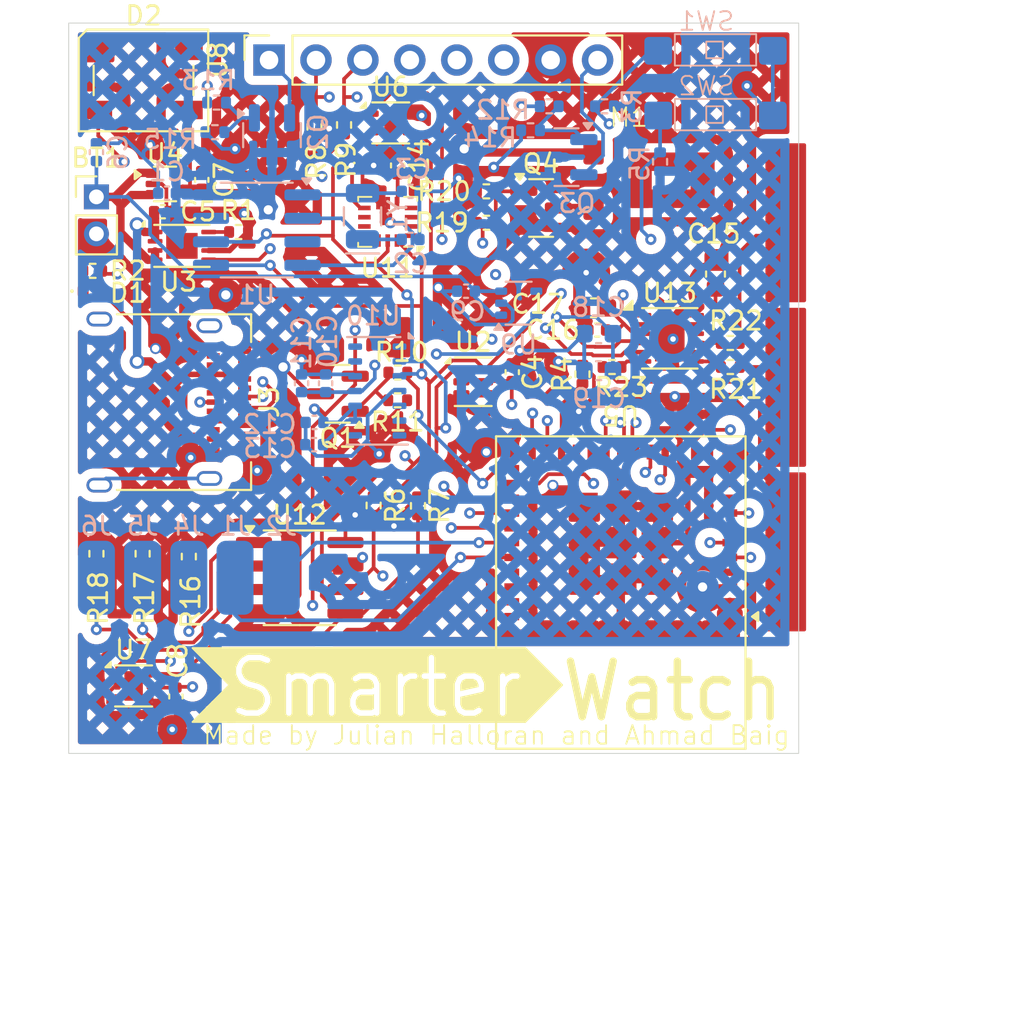
<source format=kicad_pcb>
(kicad_pcb (version 20241229) (generator "pcbnew") (generator_version "9.0")
  (layers (0 "F.Cu" signal) (4 "In1.Cu" signal) (6 "In2.Cu" signal) (2 "B.Cu" signal) (13 "F.Paste" user) (15 "B.Paste" user) (5 "F.SilkS" user "F.Silkscreen") (7 "B.SilkS" user "B.Silkscreen") (1 "F.Mask" user) (3 "B.Mask" user) (25 "Edge.Cuts" user))
  (net 0 "")
  (net 1 "+3.3V")
  (net 2 "RGB_DIN")
  (net 3 "GND")
  (net 4 "+BATT")
  (net 5 "Net-(U1-X2)")
  (net 6 "Net-(U1-X1)")
  (net 7 "+3.3V_sensor")
  (net 8 "+5V")
  (net 9 "SDA")
  (net 11 "SCL")
  (net 13 "Net-(U10-VDD)")
  (net 14 "Net-(D1-K)")
  (net 16 "Net-(M1--)")
  (net 17 "Net-(U3-PROG)")
  (net 18 "Net-(U3-STAT)")
  (net 19 "Net-(SW1-B)")
  (net 20 "Net-(U5-IO8)")
  (net 21 "Net-(SW2-B)")
  (net 22 "SCLK")
  (net 23 "MOSI")
  (net 24 "Sensor_enable")
  (net 25 "Net-(Q1-G)")
  (net 26 "Net-(Q3-G)")
  (net 27 "Screen_power")
  (net 28 "Net-(Q2-G)")
  (net 29 "Backlight")
  (net 30 "Net-(U12-A0)")
  (net 31 "Net-(U12-A1)")
  (net 32 "Net-(U12-A2)")
  (net 33 "Net-(Q4-G)")
  (net 34 "Vibrate")
  (net 40 "Net-(U5-TXD0)")
  (net 42 "USB_D+")
  (net 47 "USB_D-")
  (net 48 "Net-(U5-RXD0)")
  (net 51 "Screen_CS")
  (net 53 "Screen_Reset")
  (net 55 "Screen_A0")
  (net 59 "Net-(Q3-S)")
  (net 60 "Net-(Q2-S)")
  (net 89 "Net-(U13-RDY{slash}MCLR)")
  (net 90 "Net-(U13-VREG)")
  (net 91 "Net-(U13-CRX0{slash}CTX0)")
  (net 92 "CRX0")
  (net 93 "Net-(U13-CRX1{slash}CTX1)")
  (net 94 "CRX1")
  (net 95 "CRX2")
  (net 96 "Net-(U13-CRX2{slash}CTX2{slash}BIAS)")
  (net 98 "OUTA")
  (footprint "Resistor_SMD:R_0402_1005Metric" (layer "F.Cu") (at 33.8 73.9)
    (property "Reference" "R2")
    (property "Value" "470")
  )
  (footprint "Package_DFN_QFN:DFN-12-1EP_3x3mm_P0.5mm_EP1.6x2.5mm" (layer "F.Cu") (at 65.025 77.55)
    (property "Reference" "U13")
    (property "Value" "~")
  )
  (footprint "Smarter watching stuff foot:Vibration motor" (layer "F.Cu") (at 62.8 69)
    (property "Reference" "M1")
    (property "Value" "Motor_DC")
  )
  (footprint "Resistor_SMD:R_0402_1005Metric" (layer "F.Cu") (at 34 89.2 -90)
    (property "Reference" "R18")
    (property "Value" "10K")
  )
  (footprint "Connector_USB:USB_C_Receptacle_Amphenol_12401610E4-2A" (layer "F.Cu") (at 37 81 -90)
    (property "Reference" "J3")
    (property "Value" "CX70M-24P1")
  )
  (footprint "Connector_PinSocket_2.54mm:PinSocket_1x08_P2.54mm_Vertical" (layer "F.Cu") (at 43.34 62.5 90)
    (property "Reference" "U8")
    (property "Value" "~")
  )
  (footprint "Resistor_SMD:R_0402_1005Metric" (layer "F.Cu") (at 51.4 86.61 -90)
    (property "Reference" "R7")
    (property "Value" "4.7K")
  )
  (footprint "OptoDevice:AMS_TSL25911FN" (layer "F.Cu") (at 54.3875 79.9)
    (property "Reference" "U2")
    (property "Value" "TSL25911FN")
  )
  (footprint "Resistor_SMD:R_0402_1005Metric" (layer "F.Cu") (at 47.4 66.01 90)
    (property "Reference" "R9")
    (property "Value" "4.7K")
  )
  (footprint "Resistor_SMD:R_0402_1005Metric" (layer "F.Cu") (at 39 89.353641 -90)
    (property "Reference" "R16")
    (property "Value" "10K")
  )
  (footprint "LED_SMD:LED_0402_1005Metric" (layer "F.Cu") (at 33.765 75)
    (property "Reference" "D1")
    (property "Value" "LED")
  )
  (footprint "Resistor_SMD:R_0402_1005Metric" (layer "F.Cu") (at 60.3 79.49 -90)
    (property "Reference" "R4")
    (property "Value" "10k")
  )
  (footprint "Resistor_SMD:R_0402_1005Metric" (layer "F.Cu") (at 50.31 79.4 180)
    (property "Reference" "R10")
    (property "Value" "1k")
  )
  (footprint "Capacitor_SMD:C_0402_1005Metric" (layer "F.Cu") (at 37.6 70.7 180)
    (property "Reference" "C5")
    (property "Value" "4.7 uf")
  )
  (footprint "Package_TO_SOT_SMD:SOT-23" (layer "F.Cu") (at 58.0625 70.5)
    (property "Reference" "Q4")
    (property "Value" "2N7002")
  )
  (footprint "Resistor_SMD:R_0402_1005Metric" (layer "F.Cu") (at 68.3 77.8 180)
    (property "Reference" "R22")
    (property "Value" "470R")
  )
  (footprint "Capacitor_SMD:C_0603_1608Metric" (layer "F.Cu") (at 67.5 74.075 90)
    (property "Reference" "C15")
    (property "Value" "1nF")
  )
  (footprint "Resistor_SMD:R_0402_1005Metric" (layer "F.Cu") (at 45.8 66.11 90)
    (property "Reference" "R8")
    (property "Value" "4.7K")
  )
  (footprint "Capacitor_SMD:C_0402_1005Metric" (layer "F.Cu") (at 56.5 79.38 90)
    (property "Reference" "C4")
    (property "Value" "1 uf")
  )
  (footprint "RF_Module:ESP32-C6-MINI-1" (layer "F.Cu") (at 62.375 88.6 180)
    (property "Reference" "U5")
    (property "Value" "ESP32-C6-MINI-1")
  )
  (footprint "Capacitor_SMD:C_0402_1005Metric" (layer "F.Cu") (at 50.3 68.2 -90)
    (property "Reference" "C14")
    (property "Value" ".1 uf")
  )
  (footprint "Package_TO_SOT_SMD:SOT-23" (layer "F.Cu") (at 47.0625 80.55 180)
    (property "Reference" "Q1")
    (property "Value" "2N7002")
  )
  (footprint "Package_SO:SOIC-8_3.9x4.9mm_P1.27mm" (layer "F.Cu") (at 45 90.5)
    (property "Reference" "U12")
    (property "Value" "M24C64-WMN6TP")
  )
  (footprint "Package_LGA:Bosch_LGA-14_3x2.5mm_P0.5mm" (layer "F.Cu") (at 49.7625 71.25 180)
    (property "Reference" "U11")
    (property "Value" "BMI160")
  )
  (footprint "Resistor_SMD:R_0402_1005Metric" (layer "F.Cu") (at 41.69 71.8)
    (property "Reference" "R1")
    (property "Value" "10k")
  )
  (footprint "Capacitor_SMD:C_0402_1005Metric" (layer "F.Cu") (at 38.3 96.92 90)
    (property "Reference" "C8")
    (property "Value" "0.1 uF")
  )
  (footprint "Package_SON:WSON-6-1EP_2x2mm_P0.65mm_EP1x1.6mm" (layer "F.Cu") (at 36.0125 96.35)
    (property "Reference" "U7")
    (property "Value" "TMP117xxDRV")
  )
  (footprint "Resistor_SMD:R_0402_1005Metric" (layer "F.Cu") (at 55.1 71.3)
    (property "Reference" "R19")
    (property "Value" "1k")
  )
  (footprint "Resistor_SMD:R_0402_1005Metric" (layer "F.Cu") (at 61.9 79.1)
    (property "Reference" "R23")
    (property "Value" "470R")
  )
  (footprint "LED_SMD:LED_Inolux_IN-PI554FCH_PLCC4_5.0x5.0mm_P3.2mm" (layer "F.Cu") (at 36.55 63.6)
    (property "Reference" "D2")
    (property "Value" "Inolux_IN-PI554FCH")
  )
  (footprint "Resistor_SMD:R_0402_1005Metric" (layer "F.Cu") (at 49 86.59 -90)
    (property "Reference" "R6")
    (property "Value" "4.7K")
  )
  (footprint "Resistor_SMD:R_0402_1005Metric" (layer "F.Cu") (at 36.5 89.2 -90)
    (property "Reference" "R17")
    (property "Value" "10K")
  )
  (footprint "Capacitor_SMD:C_0402_1005Metric" (layer "F.Cu") (at 39.7 68.98 90)
    (property "Reference" "C7")
    (property "Value" "0.1 uF")
  )
  (footprint "Capacitor_SMD:C_0603_1608Metric" (layer "F.Cu") (at 60.9 75.9 180)
    (property "Reference" "C17")
    (property "Value" "100pF")
  )
  (footprint "Sensor_Humidity:Sensirion_DFN-4-1EP_2x2mm_P1mm_EP0.7x1.6mm" (layer "F.Cu") (at 49.925 65.9)
    (property "Reference" "U6")
    (property "Value" "SHTC3")
  )
  (footprint "Resistor_SMD:R_0402_1005Metric" (layer "F.Cu") (at 68.3 79.1 180)
    (property "Reference" "R21")
    (property "Value" "470R")
  )
  (footprint "Capacitor_SMD:C_0402_1005Metric" (layer "F.Cu") (at 61.1 77.1 180)
    (property "Reference" "C16")
    (property "Value" "4.7uF")
  )
  (footprint "Resistor_SMD:R_0402_1005Metric" (layer "F.Cu") (at 50.3 80.9 180)
    (property "Reference" "R11")
    (property "Value" "10k")
  )
  (footprint "Package_TO_SOT_SMD:SOT-553" (layer "F.Cu") (at 37.7125 69.2)
    (property "Reference" "U4")
    (property "Value" "TCR2EE10")
  )
  (footprint "Resistor_SMD:R_0402_1005Metric" (layer "F.Cu") (at 55.1 69.6 180)
    (property "Reference" "R20")
    (property "Value" "10k")
  )
  (footprint "Package_DFN_QFN:DFN-8-1EP_3x2mm_P0.5mm_EP1.7x1.4mm" (layer "F.Cu") (at 38.625 72.55)
    (property "Reference" "U3")
    (property "Value" "MCP73831-2-MC")
  )
  (footprint "Connector_PinHeader_2.00mm:PinHeader_1x02_P2.00mm_Vertical" (layer "F.Cu") (at 34 69.9)
    (property "Reference" "BT1")
    (property "Value" "Battery_Cell")
  )
  (footprint "Resistor_SMD:R_0402_1005Metric" (layer "B.Cu") (at 40.5 64.8)
    (property "Reference" "R13")
    (property "Value" "1k")
  )
  (footprint "Package_TO_SOT_SMD:SOT-23" (layer "B.Cu") (at 59.4375 67.75 180)
    (property "Reference" "Q3")
    (property "Value" "2N7002")
  )
  (footprint "Package_TO_SOT_SMD:SOT-353_SC-70-5" (layer "B.Cu") (at 56.85 75.65)
    (property "Reference" "U9")
    (property "Value" "MIC5365-1.8YC5")
  )
  (footprint "Capacitor_SMD:C_0402_1005Metric" (layer "B.Cu") (at 46.4 79.98 90)
    (property "Reference" "C10")
    (property "Value" "4.7 uF")
  )
  (footprint "Capacitor_SMD:C_0402_1005Metric" (layer "B.Cu") (at 54 75 180)
    (property "Reference" "C9")
    (property "Value" "1uF")
  )
  (footprint "Capacitor_SMD:C_0402_1005Metric" (layer "B.Cu") (at 45.1 79.98 90)
    (property "Reference" "C11")
    (property "Value" "0.1 uF")
  )
  (footprint "Resistor_SMD:R_0402_1005Metric" (layer "B.Cu") (at 40.41 66.4)
    (property "Reference" "R15")
    (property "Value" "10k")
  )
  (footprint "OptoDevice:Maxim_OLGA-14_3.3x5.6mm_P0.8mm" (layer "B.Cu") (at 49.2 80.4 180)
    (property "Reference" "U10")
    (property "Value" "MAX30102")
  )
  (footprint "Resistor_SMD:R_0402_1005Metric" (layer "B.Cu") (at 61.49 65 180)
    (property "Reference" "R3")
    (property "Value" "10k")
  )
  (footprint "Smarter watching stuff foot:Button_smd_spst" (layer "B.Cu") (at 67.5 65.5 180)
    (property "Reference" "SW2")
    (property "Value" "SW_SPST")
  )
  (footprint "Resistor_SMD:R_0402_1005Metric" (layer "B.Cu") (at 64.5 68 90)
    (property "Reference" "R5")
    (property "Value" "10k")
  )
  (footprint "Capacitor_SMD:C_0402_1005Metric" (layer "B.Cu") (at 45.8 82.1)
    (property "Reference" "C12")
    (property "Value" "10 uF")
  )
  (footprint "Capacitor_SMD:C_0402_1005Metric" (layer "B.Cu") (at 51 69.6)
    (property "Reference" "C3")
    (property "Value" "12 picoF")
  )
  (footprint "Capacitor_SMD:C_0402_1005Metric" (layer "B.Cu") (at 45.78 83.3 180)
    (property "Reference" "C13")
    (property "Value" "0.1 uF")
  )
  (footprint "Connector_Wire:SolderWirePad_1x01_SMD_2x4mm" (layer "B.Cu") (at 36.5 90.5 180)
    (property "Reference" "J5")
    (property "Value" "~")
  )
  (footprint "Connector_Wire:SolderWirePad_1x01_SMD_2x4mm" (layer "B.Cu") (at 41.5 90.5 180)
    (property "Reference" "J1")
    (property "Value" "~")
  )
  (footprint "Smarter watching stuff foot:Button_smd_spst" (layer "B.Cu") (at 67.5 62 180)
    (property "Reference" "SW1")
    (property "Value" "SW_SPST")
  )
  (footprint "Capacitor_SMD:C_0603_1608Metric" (layer "B.Cu") (at 61.175 79.3 180)
    (property "Reference" "C19")
    (property "Value" "100pF")
  )
  (footprint "Package_SO:SOIC-8_3.9x4.9mm_P1.27mm" (layer "B.Cu") (at 42.675 71.695 180)
    (property "Reference" "U1")
    (property "Value" "MCP7940N-xSN")
  )
  (footprint "Resistor_SMD:R_0402_1005Metric" (layer "B.Cu") (at 57.49 66.3)
    (property "Reference" "R14")
    (property "Value" "10k")
  )
  (footprint "Capacitor_SMD:C_0402_1005Metric" (layer "B.Cu") (at 34 67.48 90)
    (property "Reference" "C6")
    (property "Value" "4.7 uF")
  )
  (footprint "Resistor_SMD:R_0402_1005Metric" (layer "B.Cu") (at 58.5 65)
    (property "Reference" "R12")
    (property "Value" "1k")
  )
  (footprint "Package_TO_SOT_SMD:SOT-23" (layer "B.Cu") (at 43.5 66.5625 -90)
    (property "Reference" "Q2")
    (property "Value" "2N7002")
  )
  (footprint "Capacitor_SMD:C_0402_1005Metric" (layer "B.Cu") (at 37.82 69.7 180)
    (property "Reference" "C1")
    (property "Value" "1 uf")
  )
  (footprint "Capacitor_SMD:C_0603_1608Metric" (layer "B.Cu") (at 61.175 77.3 180)
    (property "Reference" "C18")
    (property "Value" "2.2uF")
  )
  (footprint "Capacitor_SMD:C_0402_1005Metric" (layer "B.Cu") (at 51 72.2)
    (property "Reference" "C2")
    (property "Value" "12 picoF")
  )
  (footprint "Connector_Wire:SolderWirePad_1x01_SMD_2x4mm" (layer "B.Cu") (at 39 90.5 180)
    (property "Reference" "J4")
    (property "Value" "~")
  )
  (footprint "Connector_Wire:SolderWirePad_1x01_SMD_2x4mm" (layer "B.Cu") (at 34 90.5 180)
    (property "Reference" "J6")
    (property "Value" "~")
  )
  (footprint "Connector_Wire:SolderWirePad_1x01_SMD_2x4mm" (layer "B.Cu") (at 44 90.5 180)
    (property "Reference" "J2")
    (property "Value" "~")
  )
  (footprint "Crystal:Crystal_SMD_EuroQuartz_EQ161-2Pin_3.2x1.5mm" (layer "B.Cu") (at 48.4 70.95 90)
    (property "Reference" "Y1")
    (property "Value" "Crystal")
  )
  (gr_rect (start 70.3 67.1) (end 72.3 75.5) (stroke (width 0.2)) (fill yes) (layer "F.Cu") (net 94))
  (gr_rect (start 70.3 84.9) (end 72.3 93.3) (stroke (width 0.2)) (fill yes) (layer "F.Cu") (net 95))
  (gr_rect (start 70.3 76) (end 72.3 84.4) (stroke (width 0.2)) (fill yes) (layer "F.Cu") (net 92))
  (gr_line (start 57.2 98.3) (end 41.1 98.3) (stroke (width 0.1)) (layer "F.SilkS"))
  (gr_line (start 57.2 94.3) (end 41.2 94.3) (stroke (width 0.1)) (layer "F.SilkS"))
  (gr_poly (pts (xy 57.2 94.3) (xy 59.2 96.3) (xy 57.2 98.3)) (stroke (width 0.1)) (fill yes) (layer "F.SilkS"))
  (gr_poly (pts (xy 41.2 94.3) (xy 39.2 94.3) (xy 41.2 96.3) (xy 39.2 98.3) (xy 41.5 98.3)) (stroke (width 0.1)) (fill yes) (layer "F.SilkS"))
  (gr_rect (start 32.5 60.5) (end 72 100) (stroke (width 0.05)) (fill no) (layer "Edge.Cuts"))
  (gr_text "Watch" (at 59 98.4 0) (layer "F.SilkS") (effects (font (size 3 2.7) (thickness 0.4)) (justify left bottom)))
  (gr_text "Made by Julian Halloran and Ahmad Baig" (at 39.7 99.6 0) (layer "F.SilkS") (effects (font (size 1 1) (thickness 0.1)) (justify left bottom)))
  (gr_text "Smarter" (at 41 98.2 0) (layer "F.SilkS" knockout) (effects (font (size 3 2.7) (thickness 0.3)) (justify left bottom)))
  (segment (start 63.4 69) (end 63.2 69.2) (width 0.3) (layer "F.Cu") (net 0))
  (segment (start 63.2 69.2) (end 63 69.2) (width 0.3) (layer "F.Cu") (net 0))
  (segment (start 34.1 76.4) (end 34.16 76.46) (width 0.2) (layer "B.Cu") (net 0))
  (segment (start 34.16 76.51) (end 34.16 76.46) (width 0.2) (layer "B.Cu") (net 0))
  (segment (start 40.11 85.13) (end 34.52 85.13) (width 0.2) (layer "B.Cu") (net 0))
  (segment (start 34.52 85.13) (end 34.16 85.49) (width 0.2) (layer "B.Cu") (net 0))
  (segment (start 60.921 79.601) (end 60.921 80.679) (width 0.2) (layer "F.Cu") (net 1))
  (segment (start 62.5375 76.7625) (end 61.675 75.9) (width 0.2) (layer "F.Cu") (net 1))
  (segment (start 46.125 80.55) (end 45.55 80.55) (width 0.2) (layer "F.Cu") (net 1))
  (segment (start 45.55 80.55) (end 44.1 79.1) (width 0.2) (layer "F.Cu") (net 1))
  (segment (start 54.1 67.5) (end 53.9 67.3) (width 0.45) (layer "F.Cu") (net 1))
  (segment (start 47.475 87.625) (end 48 87.1) (width 0.2) (layer "F.Cu") (net 1))
  (segment (start 46.18 66.62) (end 46.6 66.2) (width 0.2) (layer "F.Cu") (net 1))
  (segment (start 60.9 67.5) (end 54.1 67.5) (width 0.45) (layer "F.Cu") (net 1))
  (segment (start 63.6 77.3) (end 63.075 77.3) (width 0.2) (layer "F.Cu") (net 1))
  (segment (start 45.8 66.62) (end 46.18 66.62) (width 0.2) (layer "F.Cu") (net 1))
  (segment (start 39.0635 65.2635) (end 39.0635 69.3965) (width 0.2) (layer "F.Cu") (net 1))
  (segment (start 49.48 68.68) (end 49 68.2) (width 0.2) (layer "F.Cu") (net 1))
  (segment (start 46.92 66.52) (end 46.6 66.2) (width 0.2) (layer "F.Cu") (net 1))
  (segment (start 47.799 68.199) (end 47.799 68.2) (width 0.2) (layer "F.Cu") (net 1))
  (segment (start 61.675 75.9) (end 60.5 74.725) (width 0.2) (layer "F.Cu") (net 1))
  (segment (start 47.4 66.52) (end 46.92 66.52) (width 0.2) (layer "F.Cu") (net 1))
  (segment (start 60.3 78.98) (end 60.3 78.8) (width 0.2) (layer "F.Cu") (net 1))
  (segment (start 51.4 86.1) (end 50.1 87.4) (width 0.2) (layer "F.Cu") (net 1))
  (segment (start 61.6 75.9) (end 61.675 75.9) (width 0.2) (layer "F.Cu") (net 1))
  (segment (start 47.83355 70.04605) (end 47.83355 68.23355) (width 0.2) (layer "F.Cu") (net 1))
  (segment (start 60.921 80.679) (end 60.1 81.5) (width 0.2) (layer "F.Cu") (net 1))
  (segment (start 48.5 70.5) (end 48.2875 70.5) (width 0.2) (layer "F.Cu") (net 1))
  (segment (start 39 65.2) (end 39.0635 65.2635) (width 0.2) (layer "F.Cu") (net 1))
  (segment (start 61.58 77.1) (end 61.88 77.4) (width 0.2) (layer "F.Cu") (net 1))
  (segment (start 49 86.08) (end 49 86.1) (width 0.2) (layer "F.Cu") (net 1))
  (segment (start 61.9 77.4) (end 62.5375 76.7625) (width 0.2) (layer "F.Cu") (net 1))
  (segment (start 42.4 69.7) (end 43.3 70.6) (width 0.45) (layer "F.Cu") (net 1))
  (segment (start 38.665 69.46) (end 38.425 69.7) (width 0.45) (layer "F.Cu") (net 1))
  (segment (start 50.3 68.68) (end 50.3 70.2) (width 0.2) (layer "F.Cu") (net 1))
  (segment (start 39.0635 69.3965) (end 39 69.46) (width 0.2) (layer "F.Cu") (net 1))
  (segment (start 47.83355 68.23355) (end 47.799 68.199) (width 0.2) (layer "F.Cu") (net 1))
  (segment (start 68.275 91) (end 66.8 91) (width 0.3) (layer "F.Cu") (net 1))
  (segment (start 49 86.1) (end 48 87.1) (width 0.2) (layer "F.Cu") (net 1))
  (segment (start 47.475 88.595) (end 47.475 87.625) (width 0.2) (layer "F.Cu") (net 1))
  (segment (start 60.3 78.98) (end 60.921 79.601) (width 0.2) (layer "F.Cu") (net 1))
  (segment (start 39 69.46) (end 38.665 69.46) (width 0.45) (layer "F.Cu") (net 1))
  (segment (start 50.3 68.68) (end 49.48 68.68) (width 0.2) (layer "F.Cu") (net 1))
  (segment (start 50.3 70.2) (end 50.2625 70.2375) (width 0.2) (layer "F.Cu") (net 1))
  (segment (start 63.075 77.3) (end 62.5375 76.7625) (width 0.2) (layer "F.Cu") (net 1))
  (segment (start 38.425 69.7) (end 42.4 69.7) (width 0.45) (layer "F.Cu") (net 1))
  (segment (start 61.88 77.4) (end 61.9 77.4) (width 0.2) (layer "F.Cu") (net 1))
  (segment (start 48.2875 70.5) (end 47.83355 70.04605) (width 0.2) (layer "F.Cu") (net 1))
  (segment (start 50.1 87.4) (end 50.1 87.7) (width 0.2) (layer "F.Cu") (net 1))
  (segment (start 39.7 69.46) (end 39 69.46) (width 0.45) (layer "F.Cu") (net 1))
  (segment (start 60.5 74.725) (end 60.5 74) (width 0.2) (layer "F.Cu") (net 1))
  (via (at 60.5 74) (size 0.6) (drill 0.3) (layers "F.Cu" "B.Cu") (net 1))
  (via (at 48 87.1) (size 0.6) (drill 0.3) (layers "F.Cu" "B.Cu") (net 1))
  (via (at 46.6 66.2) (size 0.6) (drill 0.3) (layers "F.Cu" "B.Cu") (net 1))
  (via (at 49 68.2) (size 0.6) (drill 0.3) (layers "F.Cu" "B.Cu") (net 1))
  (via (at 66.8 91) (size 0.8) (drill 0.5) (layers "F.Cu" "B.Cu") (net 1))
  (via (at 43.3 70.6) (size 0.8) (drill 0.5) (layers "F.Cu" "B.Cu") (net 1))
  (via (at 53.9 67.3) (size 0.8) (drill 0.5) (layers "F.Cu" "B.Cu") (net 1))
  (via (at 50.1 87.7) (size 0.6) (drill 0.3) (layers "F.Cu" "B.Cu") (net 1))
  (via (at 47.799 68.2) (size 0.6) (drill 0.3) (layers "F.Cu" "B.Cu") (net 1))
  (via (at 60.1 81.5) (size 0.6) (drill 0.3) (layers "F.Cu" "B.Cu") (net 1))
  (via (at 44.1 79.1) (size 0.8) (drill 0.5) (layers "F.Cu" "B.Cu") (net 1))
  (segment (start 44.1 83.214326) (end 47.159674 86.274) (width 0.45) (layer "B.Cu") (net 1))
  (segment (start 38.3 69.7) (end 40.11 69.7) (width 0.2) (layer "B.Cu") (net 1))
  (segment (start 51.4 86.274) (end 62.074 86.274) (width 0.45) (layer "B.Cu") (net 1))
  (segment (start 60.5 73.9) (end 60.5 74) (width 0.2) (layer "B.Cu") (net 1))
  (segment (start 44.1 79.1) (end 44.1 83.214326) (width 0.45) (layer "B.Cu") (net 1))
  (segment (start 47.799 68.2) (end 49 68.2) (width 0.2) (layer "B.Cu") (net 1))
  (segment (start 62.074 86.274) (end 66.8 91) (width 0.45) (layer "B.Cu") (net 1))
  (segment (start 47.159674 86.274) (end 51.4 86.274) (width 0.45) (layer "B.Cu") (net 1))
  (segment (start 40.11 69.7) (end 40.2 69.79) (width 0.2) (layer "B.Cu") (net 1))
  (segment (start 34.1 66.6) (end 35.5 68) (width 0.2) (layer "F.Cu") (net 2))
  (segment (start 52.8 85.549) (end 53.451 86.2) (width 0.2) (layer "F.Cu") (net 2))
  (segment (start 34.1 65.2) (end 34.1 66.6) (width 0.2) (layer "F.Cu") (net 2))
  (segment (start 53.451 86.2) (end 56.475 86.2) (width 0.2) (layer "F.Cu") (net 2))
  (via (at 52.8 85.549) (size 0.6) (drill 0.3) (layers "F.Cu" "B.Cu") (net 2))
  (via (at 35.5 68) (size 0.6) (drill 0.3) (layers "F.Cu" "B.Cu") (net 2))
  (segment (start 50.3 67.72) (end 50.3 67.7) (width 0.2) (layer "F.Cu") (net 3))
  (segment (start 57.125 71.45) (end 53.774 74.801) (width 0.45) (layer "F.Cu") (net 3))
  (segment (start 60.4 90.575) (end 64.35 90.575) (width 0.45) (layer "F.Cu") (net 3))
  (segment (start 36.9 97) (end 36.9 97.501) (width 0.2) (layer "F.Cu") (net 3))
  (segment (start 55.1 83.7) (end 56.375 83.7) (width 0.45) (layer "F.Cu") (net 3))
  (segment (start 66.009202 76.3) (end 65.201 77.108202) (width 0.2) (layer "F.Cu") (net 3))
  (segment (start 38.9 77.022074) (end 38.9 76.8) (width 0.3) (layer "F.Cu") (net 3))
  (segment (start 64.35 90.575) (end 64.35 86.625) (width 0.45) (layer "F.Cu") (net 3))
  (segment (start 36.9 97.501) (end 38.199 97.501) (width 0.2) (layer "F.Cu") (net 3))
  (segment (start 41.183281 78.25) (end 42.02 78.25) (width 0.3) (layer "F.Cu") (net 3))
  (segment (start 60.4 88.6) (end 64.35 88.6) (width 0.45) (layer "F.Cu") (net 3))
  (segment (start 37.537348 69.2) (end 37.7865 69.449152) (width 0.2) (layer "F.Cu") (net 3))
  (segment (start 41 75.2) (end 41 74) (width 0.45) (layer "F.Cu") (net 3))
  (segment (start 42.02 83.75) (end 42.286 84.016) (width 0.2) (layer "F.Cu") (net 3))
  (segment (start 54.59 69.6) (end 54.3 69.6) (width 0.2) (layer "F.Cu") (net 3))
  (segment (start 65.973 84.6) (end 68.275 84.6) (width 0.3) (layer "F.Cu") (net 3))
  (segment (start 60.125 75.9) (end 60.125 75.375) (width 0.2) (layer "F.Cu") (net 3))
  (segment (start 42.286 84.016) (end 42.286 84.2) (width 0.2) (layer "F.Cu") (net 3))
  (segment (start 38.7 74) (end 36.1 74) (width 0.45) (layer "F.Cu") (net 3))
  (segment (start 34.1 62) (end 34.1 61.9) (width 0.2) (layer "F.Cu") (net 3))
  (segment (start 56.911765 78.488235) (end 56.5 78.9) (width 0.2) (layer "F.Cu") (net 3))
  (segment (start 65.575 83.7) (end 65.575 84.202) (width 0.3) (layer "F.Cu") (net 3))
  (segment (start 59.825 86.625) (end 58.7 85.5) (width 0.45) (layer "F.Cu") (net 3))
  (segment (start 60.4 90.575) (end 60.4 86.625) (width 0.45) (layer "F.Cu") (net 3))
  (segment (start 50.85 65.4) (end 51.5 65.4) (width 0.2) (layer "F.Cu") (net 3))
  (segment (start 34.6365 97.272358) (end 34.865142 97.501) (width 0.2) (layer "F.Cu") (net 3))
  (segment (start 36.1 74) (end 34 71.9) (width 0.45) (layer "F.Cu") (net 3))
  (segment (start 59.899 75.674) (end 59.899 74.224) (width 0.2) (layer "F.Cu") (net 3))
  (segment (start 40.933281 78) (end 41.183281 78.25) (width 0.3) (layer "F.Cu") (net 3))
  (segment (start 38.7 74) (end 38.7 76.6) (width 0.45) (layer "F.Cu") (net 3))
  (segment (start 68.325 83.65) (end 68.325 84.55) (width 0.3) (layer "F.Cu") (net 3))
  (segment (start 41 74) (end 38.7 74) (width 0.45) (layer "F.Cu") (net 3))
  (segment (start 49.3 82.41) (end 49.3 83.8) (width 0.2) (layer "F.Cu") (net 3))
  (segment (start 37.6 78.1) (end 38.9 76.8) (width 0.45) (layer "F.Cu") (net 3))
  (segment (start 51.5 65.4) (end 51.6 65.5) (width 0.2) (layer "F.Cu") (net 3))
  (segment (start 48.5125 69.4875) (end 49.2625 70.2375) (width 0.2) (layer "F.Cu") (net 3))
  (segment (start 54.59 69.6) (end 54.59 69.21) (width 0.2) (layer "F.Cu") (net 3))
  (segment (start 37.7865 69.449152) (end 37.7865 70.4065) (width 0.2) (layer "F.Cu") (net 3))
  (segment (start 34.6365 96.727642) (end 34.6365 97.272358) (width 0.2) (layer "F.Cu") (net 3))
  (segment (start 60.125 76.785) (end 60.44 77.1) (width 0.2) (layer "F.Cu") (net 3))
  (segment (start 65.575 84.202) (end 65.973 84.6) (width 0.3) (layer "F.Cu") (net 3))
  (segment (start 41.2 72.8) (end 42.2 71.8) (width 0.3) (layer "F.Cu") (net 3))
  (segment (start 48.399 69.374) (end 48.5125 69.4875) (width 0.2) (layer "F.Cu") (net 3))
  (segment (start 60.44 77.1) (end 60.62 77.1) (width 0.2) (layer "F.Cu") (net 3))
  (segment (start 48.399 67.951057) (end 48.399 69.374) (width 0.2) (layer "F.Cu") (net 3))
  (segment (start 50.81 80.9) (end 49.3 82.41) (width 0.2) (layer "F.Cu") (net 3))
  (segment (start 37.7865 70.4065) (end 38.08 70.7) (width 0.2) (layer "F.Cu") (net 3))
  (segment (start 42.286 84.2) (end 42.286 84.286) (width 0.2) (layer "F.Cu") (net 3))
  (segment (start 65.575 83.7) (end 65.575 80.975) (width 0.3) (layer "F.Cu") (net 3))
  (segment (start 50.3 67.72) (end 50.179 67.599) (width 0.2) (layer "F.Cu") (net 3))
  (segment (start 58.58 62.5) (end 58.7 62.5) (width 0.2) (layer "F.Cu") (net 3))
  (segment (start 68.275 91.8) (end 68.275 93.5) (width 0.45) (layer "F.Cu") (net 3))
  (segment (start 56.425 93.55) (end 68.325 93.55) (width 0.45) (layer "F.Cu") (net 3))
  (segment (start 62.375 93.5) (end 62.375 86.625) (width 0.45) (layer "F.Cu") (net 3))
  (segment (start 37 69.2) (end 37.537348 69.2) (width 0.2) (layer "F.Cu") (net 3))
  (segment (start 39.877926 78) (end 38.9 77.022074) (width 0.3) (layer "F.Cu") (net 3))
  (segment (start 42.286 84.286) (end 42.7 84.7) (width 0.2) (layer "F.Cu") (net 3))
  (segment (start 42.2 71.8) (end 42.2 71) (width 0.3) (layer "F.Cu") (net 3))
  (segment (start 34.865142 97.501) (end 36.9 97.501) (width 0.2) (layer "F.Cu") (net 3))
  (segment (start 49.2625 70.2375) (end 49.7625 70.2375) (width 0.2) (layer "F.Cu") (net 3))
  (segment (start 40.3 68.5) (end 41.5 67.3) (width 0.2) (layer "F.Cu") (net 3))
  (segment (start 40.32 83.5) (end 40.32 83.88) (width 0.3) (layer "F.Cu") (net 3))
  (segment (start 40.32 83.5) (end 39.6 83.5) (width 0.3) (layer "F.Cu") (net 3))
  (segment (start 47.935 89.865) (end 48.4 89.4) (width 0.2) (layer "F.Cu") (net 3))
  (segment (start 50.81 80.9) (end 50.8 80.9) (width 0.2) (layer "F.Cu") (net 3))
  (segment (start 68.275 93.5) (end 68.325 93.55) (width 0.45) (layer "F.Cu") (net 3))
  (segment (start 60.125 75.9) (end 60.125 76.785) (width 0.2) (layer "F.Cu") (net 3))
  (segment (start 39.7 68.5) (end 40.3 68.5) (width 0.2) (layer "F.Cu") (net 3))
  (segment (start 60.4 86.625) (end 64.35 86.625) (width 0.45) (layer "F.Cu") (net 3))
  (segment (start 65.8 88.6) (end 64.35 88.6) (width 0.3) (layer "F.Cu") (net 3))
  (segment (start 56.911765 78.211765) (end 56.911765 78.488235) (width 0.2) (layer "F.Cu") (net 3))
  (segment (start 48.751057 67.599) (end 48.399 67.951057) (width 0.2) (layer "F.Cu") (net 3))
  (segment (start 65.201 77.108202) (end 65.201 77.589527) (width 0.2) (layer "F.Cu") (net 3))
  (segment (start 59.899 74.224) (end 57.125 71.45) (width 0.2) (layer "F.Cu") (net 3))
  (segment (start 38.7 76.6) (end 38.9 76.8) (width 0.45) (layer "F.Cu") (net 3))
  (segment (start 50.179 67.599) (end 48.751057 67.599) (width 0.2) (layer "F.Cu") (net 3))
  (segment (start 53.774 74.801) (end 52.5 74.801) (width 0.45) (layer "F.Cu") (net 3))
  (segment (start 37.2 78.1) (end 37.6 78.1) (width 0.45) (layer "F.Cu") (net 3))
  (segment (start 39.6 83.5) (end 39.1 84) (width 0.3) (layer "F.Cu") (net 3))
  (segment (start 40.32 83.88) (end 40.3 83.9) (width 0.3) (layer "F.Cu") (net 3))
  (segment (start 66.45 76.3) (end 66.009202 76.3) (width 0.2) (layer "F.Cu") (net 3))
  (segment (start 40.32 78) (end 40.933281 78) (width 0.3) (layer "F.Cu") (net 3))
  (segment (start 38.3 97.4) (end 38.3 98.5) (width 0.2) (layer "F.Cu") (net 3))
  (segment (start 38.199 97.501) (end 38.3 97.4) (width 0.2) (layer "F.Cu") (net 3))
  (segment (start 54.3 69.6) (end 53.6 68.9) (width 0.2) (layer "F.Cu") (net 3))
  (segment (start 56.375 83.7) (end 56.425 83.65) (width 0.45) (layer "F.Cu") (net 3))
  (segment (start 65.575 80.975) (end 65.3 80.7) (width 0.3) (layer "F.Cu") (net 3))
  (segment (start 49.9 70.875) (end 49.9 71.3) (width 0.2) (layer "F.Cu") (net 3))
  (segment (start 60.125 75.9) (end 59.899 75.674) (width 0.2) (layer "F.Cu") (net 3))
  (segment (start 35.125 96.35) (end 35.014142 96.35) (width 0.2) (layer "F.Cu") (net 3))
  (segment (start 35.014142 96.35) (end 34.6365 96.727642) (width 0.2) (layer "F.Cu") (net 3))
  (segment (start 47.475 89.865) (end 47.935 89.865) (width 0.2) (layer "F.Cu") (net 3))
  (segment (start 54.59 69.21) (end 55.5 68.3) (width 0.2) (layer "F.Cu") (net 3))
  (segment (start 65.973 84.6) (end 66 84.627) (width 0.3) (layer "F.Cu") (net 3))
  (segment (start 67.6 73.3) (end 67.5 73.3) (width 0.2) (layer "F.Cu") (net 3))
  (segment (start 48.5125 69.4875) (end 49.9 70.875) (width 0.2) (layer "F.Cu") (net 3))
  (segment (start 40.075 72.8) (end 41.2 72.8) (width 0.3) (layer "F.Cu") (net 3))
  (segment (start 68.325 84.55) (end 68.275 84.6) (width 0.3) (layer "F.Cu") (net 3))
  (segment (start 42.2 71) (end 42 70.8) (width 0.3) (layer "F.Cu") (net 3))
  (segment (start 66 88.4) (end 65.8 88.6) (width 0.3) (layer "F.Cu") (net 3))
  (segment (start 40.32 78) (end 39.877926 78) (width 0.3) (layer "F.Cu") (net 3))
  (segment (start 66 84.627) (end 66 88.4) (width 0.3) (layer "F.Cu") (net 3))
  (segment (start 60.4 86.625) (end 59.825 86.625) (width 0.45) (layer "F.Cu") (net 3))
  (segment (start 38.3 98.5) (end 38.1 98.7) (width 0.2) (layer "F.Cu") (net 3))
  (via (at 55.1 83.7) (size 0.6) (drill 0.4) (layers "F.Cu" "B.Cu") (net 3))
  (via (at 38.1 98.7) (size 0.6) (drill 0.3) (layers "F.Cu" "B.Cu") (net 3))
  (via (at 56.911765 78.211765) (size 0.6) (drill 0.3) (layers "F.Cu" "B.Cu") (net 3))
  (via (at 49.3 83.8) (size 0.6) (drill 0.3) (layers "F.Cu" "B.Cu") (net 3))
  (via (at 41 75.2) (size 0.8) (drill 0.5) (layers "F.Cu" "B.Cu") (net 3))
  (via (at 55.5 68.3) (size 0.6) (drill 0.3) (layers "F.Cu" "B.Cu") (net 3))
  (via (at 69.2 63.9) (size 0.6) (drill 0.3) (layers "F.Cu" "B.Cu") (net 3))
  (via (at 59 78.8) (size 0.6) (drill 0.3) (layers "F.Cu" "B.Cu") (net 3))
  (via (at 39.1 84) (size 0.6) (drill 0.3) (layers "F.Cu" "B.Cu") (net 3))
  (via (at 48.4 89.4) (size 0.6) (drill 0.3) (layers "F.Cu" "B.Cu") (net 3))
  (via (at 37.2 78.1) (size 0.6) (drill 0.4) (layers "F.Cu" "B.Cu") (net 3))
  (via (at 42.7 84.7) (size 0.6) (drill 0.3) (layers "F.Cu" "B.Cu") (net 3))
  (via (at 45.1 78.7) (size 0.6) (drill 0.3) (layers "F.Cu" "B.Cu") (net 3))
  (via (at 41.5 67.3) (size 0.6) (drill 0.3) (layers "F.Cu" "B.Cu") (net 3))
  (via (at 51.6 65.5) (size 0.6) (drill 0.3) (layers "F.Cu" "B.Cu") (net 3))
  (via (at 53.6 68.9) (size 0.6) (drill 0.3) (layers "F.Cu" "B.Cu") (net 3))
  (via (at 65.201 77.589527) (size 0.6) (drill 0.3) (layers "F.Cu" "B.Cu") (net 3))
  (via (at 58.7 85.5) (size 0.6) (drill 0.4) (layers "F.Cu" "B.Cu") (net 3))
  (via (at 42 70.8) (size 0.6) (drill 0.3) (layers "F.Cu" "B.Cu") (net 3))
  (via (at 52.5 74.801) (size 0.6) (drill 0.4) (layers "F.Cu" "B.Cu") (net 3))
  (via (at 36.9 67.1) (size 0.6) (drill 0.3) (layers "F.Cu" "B.Cu") (net 3))
  (via (at 65.3 80.7) (size 0.6) (drill 0.3) (layers "F.Cu" "B.Cu") (net 3))
  (via (at 49.9 71.3) (size 0.6) (drill 0.3) (layers "F.Cu" "B.Cu") (net 3))
  (segment (start 50.025001 80.4) (end 48.676 81.749001) (width 0.2) (layer "B.Cu") (net 3))
  (segment (start 45.911 83.911) (end 45.3 83.3) (width 0.2) (layer "B.Cu") (net 3))
  (segment (start 48.676 81.749001) (end 48.676 83.050848) (width 0.2) (layer "B.Cu") (net 3))
  (segment (start 60.4 77.3) (end 60.4 76.9) (width 0.2) (layer "B.Cu") (net 3))
  (segment (start 69.2 64.1) (end 69.2 63.9) (width 0.2) (layer "B.Cu") (net 3))
  (segment (start 54.5 76.801) (end 52.5 74.801) (width 0.2) (layer "B.Cu") (net 3))
  (segment (start 40.8 67.3) (end 41.5 67.3) (width 0.2) (layer "B.Cu") (net 3))
  (segment (start 52.9 69.6) (end 53.6 68.9) (width 0.2) (layer "B.Cu") (net 3))
  (segment (start 47.9 79.5) (end 48 79.6) (width 0.2) (layer "B.Cu") (net 3))
  (segment (start 51.101 72.2) (end 51.101 71.84345) (width 0.2) (layer "B.Cu") (net 3))
  (segment (start 51.48 69.6) (end 52.9 69.6) (width 0.2) (layer "B.Cu") (net 3))
  (segment (start 45.32 82.1) (end 45.32 83.28) (width 0.2) (layer "B.Cu") (net 3))
  (segment (start 70.6 65.5) (end 69.2 64.1) (width 0.2) (layer "B.Cu") (net 3))
  (segment (start 45.1 79.5) (end 46.4 79.5) (width 0.2) (layer "B.Cu") (net 3))
  (segment (start 34 67) (end 35.2 67) (width 0.2) (layer "B.Cu") (net 3))
  (segment (start 48.663424 83.163424) (end 49.3 83.8) (width 0.2) (layer "B.Cu") (net 3))
  (segment (start 56.526 76.03113) (end 56.526 76.56887) (width 0.2) (layer "B.Cu") (net 3))
  (segment (start 45.15 73.6) (end 50.05755 73.6) (width 0.2) (layer "B.Cu") (net 3))
  (segment (start 56.98 66.82) (end 55.5 68.3) (width 0.2) (layer "B.Cu") (net 3))
  (segment (start 48.563424 83.163424) (end 48.663424 83.163424) (width 0.2) (layer "B.Cu") (net 3))
  (segment (start 59 78.8) (end 59.9 78.8) (width 0.2) (layer "B.Cu") (net 3))
  (segment (start 36.55 67.45) (end 36.9 67.1) (width 0.2) (layer "B.Cu") (net 3))
  (segment (start 37.34 69.7) (end 37.34 68.54) (width 0.2) (layer "B.Cu") (net 3))
  (segment (start 59.488235 78.211765) (end 56.911765 78.211765) (width 0.2) (layer "B.Cu") (net 3))
  (segment (start 56.98 66.3) (end 56.98 66.82) (width 0.2) (layer "B.Cu") (net 3))
  (segment (start 60.4 77.3) (end 59.488235 78.211765) (width 0.2) (layer "B.Cu") (net 3))
  (segment (start 51.101 72.55655) (end 51.101 72.2) (width 0.2) (layer "B.Cu") (net 3))
  (segment (start 47.815848 83.911) (end 45.911 83.911) (width 0.2) (layer "B.Cu") (net 3))
  (segment (start 37.34 68.54) (end 36.55 67.75) (width 0.2) (layer "B.Cu") (net 3))
  (segment (start 55.9 75.65) (end 56.14487 75.65) (width 0.2) (layer "B.Cu") (net 3))
  (segment (start 60.4 78.9) (end 59.1 78.9) (width 0.2) (layer "B.Cu") (net 3))
  (segment (start 56.526 76.56887) (end 56.29387 76.801) (width 0.2) (layer "B.Cu") (net 3))
  (segment (start 51.101 71.84345) (end 50.55755 71.3) (width 0.2) (layer "B.Cu") (net 3))
  (segment (start 45.32 83.28) (end 45.3 83.3) (width 0.2) (layer "B.Cu") (net 3))
  (segment (start 39.9 66.4) (end 40.8 67.3) (width 0.2) (layer "B.Cu") (net 3))
  (segment (start 50.4 80.4) (end 50.025001 80.4) (width 0.2) (layer "B.Cu") (net 3))
  (segment (start 60.4 77.3) (end 60.4 79.3) (width 0.2) (layer "B.Cu") (net 3))
  (segment (start 59.9 78.8) (end 60.4 79.3) (width 0.2) (layer "B.Cu") (net 3))
  (segment (start 48.563424 83.163424) (end 47.815848 83.911) (width 0.2) (layer "B.Cu") (net 3))
  (segment (start 48.676 83.050848) (end 48.563424 83.163424) (width 0.2) (layer "B.Cu") (net 3))
  (segment (start 50.4 80.4) (end 50.3 80.4) (width 0.2) (layer "B.Cu") (net 3))
  (segment (start 60.4 77.3) (end 60.4 78.9) (width 0.2) (layer "B.Cu") (net 3))
  (segment (start 36.55 67.75) (end 35.5 66.7) (width 0.2) (layer "B.Cu") (net 3))
  (segment (start 50.05755 73.6) (end 51.101 72.55655) (width 0.2) (layer "B.Cu") (net 3))
  (segment (start 59.1 78.9) (end 59 78.8) (width 0.2) (layer "B.Cu") (net 3))
  (segment (start 36.55 67.75) (end 36.55 67.45) (width 0.2) (layer "B.Cu") (net 3))
  (segment (start 35.2 67) (end 35.5 66.7) (width 0.2) (layer "B.Cu") (net 3))
  (segment (start 56.29387 76.801) (end 54.5 76.801) (width 0.2) (layer "B.Cu") (net 3))
  (segment (start 56.14487 75.65) (end 56.526 76.03113) (width 0.2) (layer "B.Cu") (net 3))
  (segment (start 45.1 79.5) (end 45.1 78.7) (width 0.2) (layer "B.Cu") (net 3))
  (segment (start 51.48 72.2) (end 51.48 69.6) (width 0.2) (layer "B.Cu") (net 3))
  (segment (start 46.4 79.5) (end 47.9 79.5) (width 0.2) (layer "B.Cu") (net 3))
  (segment (start 52.699 75) (end 52.5 74.801) (width 0.2) (layer "B.Cu") (net 3))
  (segment (start 51.101 72.2) (end 51.48 72.2) (width 0.2) (layer "B.Cu") (net 3))
  (segment (start 53.52 75) (end 52.699 75) (width 0.2) (layer "B.Cu") (net 3))
  (segment (start 70.6 62) (end 70.6 65.5) (width 0.2) (layer "B.Cu") (net 3))
  (segment (start 50.55755 71.3) (end 49.9 71.3) (width 0.2) (layer "B.Cu") (net 3))
  (segment (start 35.3 70.3) (end 35.4 70.3) (width 0.45) (layer "F.Cu") (net 4))
  (segment (start 35.899 69.801) (end 37 69.801) (width 0.45) (layer "F.Cu") (net 4))
  (segment (start 34.9 69.9) (end 34 69.9) (width 0.45) (layer "F.Cu") (net 4))
  (segment (start 35.4 70.3) (end 35.899 69.801) (width 0.45) (layer "F.Cu") (net 4))
  (segment (start 37.175 73.3) (end 37.175 72.851) (width 0.45) (layer "F.Cu") (net 4))
  (segment (start 34.9 69.9) (end 35 69.9) (width 0.45) (layer "F.Cu") (net 4))
  (segment (start 36.301 68.599) (end 37 68.599) (width 0.45) (layer "F.Cu") (net 4))
  (segment (start 36.775001 73.3) (end 35.3 71.824999) (width 0.45) (layer "F.Cu") (net 4))
  (segment (start 35.3 70.3) (end 34.9 69.9) (width 0.45) (layer "F.Cu") (net 4))
  (segment (start 35.3 71.824999) (end 35.3 70.3) (width 0.45) (layer "F.Cu") (net 4))
  (segment (start 37.175 73.3) (end 36.775001 73.3) (width 0.45) (layer "F.Cu") (net 4))
  (segment (start 35 69.9) (end 36.301 68.599) (width 0.45) (layer "F.Cu") (net 4))
  (segment (start 35.691364 69.9) (end 34 69.9) (width 0.2) (layer "B.Cu") (net 4))
  (segment (start 54.48 75) (end 53.681 74.201) (width 0.2) (layer "B.Cu") (net 4))
  (segment (start 55.470001 76.3) (end 55.9 76.3) (width 0.2) (layer "B.Cu") (net 4))
  (segment (start 53.681 74.201) (end 39.184032 74.201) (width 0.2) (layer "B.Cu") (net 4))
  (segment (start 54.48 75) (end 55.9 75) (width 0.2) (layer "B.Cu") (net 4))
  (segment (start 34 67.96) (end 34 69.9) (width 0.2) (layer "B.Cu") (net 4))
  (segment (start 39.184032 74.201) (end 36.901 71.917968) (width 0.2) (layer "B.Cu") (net 4))
  (segment (start 36.901 71.917968) (end 36.901 71.109636) (width 0.2) (layer "B.Cu") (net 4))
  (segment (start 36.901 71.109636) (end 35.691364 69.9) (width 0.2) (layer "B.Cu") (net 4))
  (segment (start 54.48 75) (end 54.48 75.309999) (width 0.2) (layer "B.Cu") (net 4))
  (segment (start 54.48 75.309999) (end 55.470001 76.3) (width 0.2) (layer "B.Cu") (net 4))
  (segment (start 48.4 72.2) (end 50.52 72.2) (width 0.2) (layer "B.Cu") (net 5))
  (segment (start 47.26 71.06) (end 48.4 72.2) (width 0.2) (layer "B.Cu") (net 5))
  (segment (start 45.15 71.06) (end 47.26 71.06) (width 0.2) (layer "B.Cu") (net 5))
  (segment (start 48.31 69.79) (end 48.4 69.7) (width 0.2) (layer "B.Cu") (net 6))
  (segment (start 45.15 69.79) (end 48.31 69.79) (width 0.2) (layer "B.Cu") (net 6))
  (segment (start 50.42 69.7) (end 50.52 69.6) (width 0.2) (layer "B.Cu") (net 6))
  (segment (start 48.4 69.7) (end 50.42 69.7) (width 0.2) (layer "B.Cu") (net 6))
  (segment (start 38.3 96.44) (end 36.99 96.44) (width 0.2) (layer "F.Cu") (net 7))
  (segment (start 49 65.225001) (end 49 65.4) (width 0.2) (layer "F.Cu") (net 7))
  (segment (start 38.34 96.4) (end 38.3 96.44) (width 0.2) (layer "F.Cu") (net 7))
  (segment (start 48 77.1) (end 48 79.6) (width 0.2) (layer "F.Cu") (net 7))
  (segment (start 49.925001 64.3) (end 49 65.225001) (width 0.2) (layer "F.Cu") (net 7))
  (segment (start 55.065 79.86) (end 55.025 79.9) (width 0.2) (layer "F.Cu") (net 7))
  (segment (start 56.474265 79.885735) (end 56.5 79.86) (width 0.2) (layer "F.Cu") (net 7))
  (segment (start 39.2 96.4) (end 38.34 96.4) (width 0.2) (layer "F.Cu") (net 7))
  (segment (start 51.9 64.3) (end 49.925001 64.3) (width 0.2) (layer "F.Cu") (net 7))
  (segment (start 46.377234 81.677234) (end 45.7 82.354468) (width 0.2) (layer "F.Cu") (net 7))
  (segment (start 45.8 81.37428) (end 46.07428 81.37428) (width 0.2) (layer "F.Cu") (net 7))
  (segment (start 52.7 65.1) (end 51.9 64.3) (width 0.2) (layer "F.Cu") (net 7))
  (segment (start 56.5 79.86) (end 55.065 79.86) (width 0.2) (layer "F.Cu") (net 7))
  (segment (start 48 79.6) (end 48 80.054468) (width 0.2) (layer "F.Cu") (net 7))
  (segment (start 45.7 82.354468) (end 45.7 92) (width 0.2) (layer "F.Cu") (net 7))
  (segment (start 36.99 96.44) (end 36.9 96.35) (width 0.2) (layer "F.Cu") (net 7))
  (segment (start 52.7 72.2) (end 52.7 65.1) (width 0.2) (layer "F.Cu") (net 7))
  (segment (start 46.07428 81.37428) (end 46.377234 81.677234) (width 0.2) (layer "F.Cu") (net 7))
  (segment (start 48 80.054468) (end 46.377234 81.677234) (width 0.2) (layer "F.Cu") (net 7))
  (segment (start 56.474265 81.125735) (end 56.474265 79.885735) (width 0.2) (layer "F.Cu") (net 7))
  (via (at 45.8 81.37428) (size 0.6) (drill 0.3) (layers "F.Cu" "B.Cu") (net 7))
  (via (at 55.4 77.6) (size 0.6) (drill 0.3) (layers "F.Cu" "B.Cu") (net 7))
  (via (at 45.7 92) (size 0.6) (drill 0.3) (layers "F.Cu" "B.Cu") (net 7))
  (via (at 48 77.1) (size 0.6) (drill 0.3) (layers "F.Cu" "B.Cu") (net 7))
  (via (at 52.7 72.2) (size 0.6) (drill 0.3) (layers "F.Cu" "B.Cu") (net 7))
  (via (at 39.2 96.4) (size 0.6) (drill 0.3) (layers "F.Cu" "B.Cu") (net 7))
  (via (at 56.474265 81.125735) (size 0.6) (drill 0.3) (layers "F.Cu" "B.Cu") (net 7))
  (segment (start 46.26 83.3) (end 47.56 82) (width 0.2) (layer "B.Cu") (net 7))
  (segment (start 46.28 81.85428) (end 45.8 81.37428) (width 0.2) (layer "B.Cu") (net 7))
  (segment (start 47.1 82.1) (end 48 81.2) (width 0.2) (layer "B.Cu") (net 7))
  (segment (start 46.28 82.1) (end 47.1 82.1) (width 0.2) (layer "B.Cu") (net 7))
  (segment (start 46.28 82.1) (end 46.3 82.1) (width 0.2) (layer "B.Cu") (net 7))
  (segment (start 48 81.2) (end 48 82) (width 0.2) (layer "B.Cu") (net 7))
  (segment (start 46.28 82.1) (end 46.28 81.85428) (width 0.2) (layer "B.Cu") (net 7))
  (segment (start 47.56 82) (end 48 82) (width 0.2) (layer "B.Cu") (net 7))
  (segment (start 37.175 71.8) (end 36.6 71.8) (width 0.45) (layer "F.Cu") (net 8))
  (segment (start 41.171 79.75) (end 40.921 79.5) (width 0.3) (layer "F.Cu") (net 8))
  (segment (start 42.02 79.75) (end 41.171 79.75) (width 0.3) (layer "F.Cu") (net 8))
  (segment (start 38.25 80.15) (end 38.7 80.6) (width 0.45) (layer "F.Cu") (net 8))
  (segment (start 40.32 82) (end 41.069 82) (width 0.3) (layer "F.Cu") (net 8))
  (segment (start 36.2 78.8) (end 36.9 78.8) (width 0.45) (layer "F.Cu") (net 8))
  (segment (start 40.32 82) (end 39.1 82) (width 0.3) (layer "F.Cu") (net 8))
  (segment (start 36.6 71.8) (end 36.2 71.4) (width 0.45) (layer "F.Cu") (net 8))
  (segment (start 37.175 70.755) (end 37.12 70.7) (width 0.45) (layer "F.Cu") (net 8))
  (segment (start 38.7 80.6) (end 38.7 81.6) (width 0.45) (layer "F.Cu") (net 8))
  (segment (start 34.25 75) (end 36.2 76.95) (width 0.2) (layer "F.Cu") (net 8))
  (segment (start 41.069 82) (end 41.319 82.25) (width 0.3) (layer "F.Cu") (net 8))
  (segment (start 40.32 79.5) (end 38.9 79.5) (width 0.3) (layer "F.Cu") (net 8))
  (segment (start 41.319 82.25) (end 42.02 82.25) (width 0.3) (layer "F.Cu") (net 8))
  (segment (start 39.1 82) (end 38.7 81.6) (width 0.3) (layer "F.Cu") (net 8))
  (segment (start 36.9 78.8) (end 38.25 80.15) (width 0.45) (layer "F.Cu") (net 8))
  (segment (start 37.175 71.8) (end 37.175 70.755) (width 0.45) (layer "F.Cu") (net 8))
  (segment (start 40.921 79.5) (end 40.32 79.5) (width 0.3) (layer "F.Cu") (net 8))
  (segment (start 36.2 76.95) (end 36.2 78.8) (width 0.2) (layer "F.Cu") (net 8))
  (segment (start 37.175 71.8) (end 37.175 72.2) (width 0.45) (layer "F.Cu") (net 8))
  (segment (start 38.9 79.5) (end 38.25 80.15) (width 0.3) (layer "F.Cu") (net 8))
  (via (at 36.2 78.8) (size 0.8) (drill 0.5) (layers "F.Cu" "B.Cu") (net 8))
  (via (at 36.2 71.4) (size 0.8) (drill 0.5) (layers "F.Cu" "B.Cu") (net 8))
  (segment (start 36.2 71.4) (end 36.2 78.8) (width 0.45) (layer "B.Cu") (net 8))
  (segment (start 51.999 79.99363) (end 51.999 79.873999) (width 0.2) (layer "F.Cu") (net 9))
  (segment (start 47.475 92.405) (end 48.449999 92.405) (width 0.2) (layer "F.Cu") (net 9))
  (segment (start 62.426 75.42589) (end 62.426 75.274) (width 0.2) (layer "F.Cu") (net 9))
  (segment (start 59.151 75.124) (end 55.025 79.25) (width 0.2) (layer "F.Cu") (net 9))
  (segment (start 63.1421 76.8) (end 62.426 76.0839) (width 0.2) (layer "F.Cu") (net 9))
  (segment (start 51.999 79.99363) (end 53.24363 78.749) (width 0.2) (layer "F.Cu") (net 9))
  (segment (start 48.449999 92.405) (end 51.4 89.454999) (width 0.2) (layer "F.Cu") (net 9))
  (segment (start 47.128032 92.405) (end 46.199 91.475968) (width 0.2) (layer "F.Cu") (net 9))
  (segment (start 51.6 75.8) (end 45.599 75.8) (width 0.2) (layer "F.Cu") (net 9))
  (segment (start 50.66645 84.86645) (end 51.16645 84.36645) (width 0.2) (layer "F.Cu") (net 9))
  (segment (start 63.6 76.8) (end 63.1421 76.8) (width 0.2) (layer "F.Cu") (net 9))
  (segment (start 62.426 75.274) (end 62.5 75.2) (width 0.2) (layer "F.Cu") (net 9))
  (segment (start 62.426 76.0839) (end 62.426 75.42589) (width 0.2) (layer "F.Cu") (net 9))
  (segment (start 63.975 83.7) (end 63.975 84.525) (width 0.2) (layer "F.Cu") (net 9))
  (segment (start 38.684143 95.7) (end 36.9 95.7) (width 0.2) (layer "F.Cu") (net 9))
  (segment (start 47.475 92.405) (end 47.128032 92.405) (width 0.2) (layer "F.Cu") (net 9))
  (segment (start 52.1 67.1) (end 51.4 66.4) (width 0.2) (layer "F.Cu") (net 9))
  (segment (start 51.4 66.4) (end 50.85 66.4) (width 0.2) (layer "F.Cu") (net 9))
  (segment (start 51.999 79.873999) (end 51.6 79.474999) (width 0.2) (layer "F.Cu") (net 9))
  (segment (start 45.599 75.8) (end 43.4 73.601) (width 0.2) (layer "F.Cu") (net 9))
  (segment (start 51.6 79.474999) (end 51.6 75.8) (width 0.2) (layer "F.Cu") (net 9))
  (segment (start 40.285143 94.099) (end 38.684143 95.7) (width 0.2) (layer "F.Cu") (net 9))
  (segment (start 51.6 73.6) (end 50.2625 72.2625) (width 0.2) (layer "F.Cu") (net 9))
  (segment (start 51.16645 84.36645) (end 51.999 83.5339) (width 0.2) (layer "F.Cu") (net 9))
  (segment (start 47.475 92.405) (end 45.781 94.099) (width 0.2) (layer "F.Cu") (net 9))
  (segment (start 51.6 73.6) (end 52.1 73.1) (width 0.2) (layer "F.Cu") (net 9))
  (segment (start 51.4 89.454999) (end 51.4 87.12) (width 0.2) (layer "F.Cu") (net 9))
  (segment (start 63.975 84.525) (end 63.7 84.8) (width 0.2) (layer "F.Cu") (net 9))
  (segment (start 51.999 83.5339) (end 51.999 79.99363) (width 0.2) (layer "F.Cu") (net 9))
  (segment (start 49.27321 84.86645) (end 50.66645 84.86645) (width 0.2) (layer "F.Cu") (net 9))
  (segment (start 53.24363 78.749) (end 54.524 78.749) (width 0.2) (layer "F.Cu") (net 9))
  (segment (start 51.6 73.6) (end 51.6 75.8) (width 0.2) (layer "F.Cu") (net 9))
  (segment (start 46.199 87.94066) (end 49.27321 84.86645) (width 0.2) (layer "F.Cu") (net 9))
  (segment (start 54.524 78.749) (end 55.025 79.25) (width 0.2) (layer "F.Cu") (net 9))
  (segment (start 45.781 94.099) (end 40.285143 94.099) (width 0.2) (layer "F.Cu") (net 9))
  (segment (start 52.1 73.1) (end 52.1 67.1) (width 0.2) (layer "F.Cu") (net 9))
  (segment (start 50.7 83.9) (end 51.16645 84.36645) (width 0.2) (layer "F.Cu") (net 9))
  (segment (start 46.199 91.475968) (end 46.199 87.94066) (width 0.2) (layer "F.Cu") (net 9))
  (via (at 50.7 83.9) (size 0.6) (drill 0.3) (layers "F.Cu" "B.Cu") (net 9))
  (via (at 43.4 73.601) (size 0.6) (drill 0.3) (layers "F.Cu" "B.Cu") (net 9))
  (via (at 62.5 75.2) (size 0.6) (drill 0.3) (layers "F.Cu" "B.Cu") (net 9))
  (via (at 59.151 75.124) (size 0.6) (drill 0.3) (layers "F.Cu" "B.Cu") (net 9))
  (via (at 51.6 79.474999) (size 0.6) (drill 0.3) (layers "F.Cu" "B.Cu") (net 9))
  (via (at 63.7 84.8) (size 0.6) (drill 0.3) (layers "F.Cu" "B.Cu") (net 9))
  (segment (start 43.399 73.6) (end 40.2 73.6) (width 0.2) (layer "B.Cu") (net 9))
  (segment (start 43.4 73.601) (end 43.399 73.6) (width 0.2) (layer "B.Cu") (net 9))
  (segment (start 50.525001 79.474999) (end 50.4 79.6) (width 0.2) (layer "B.Cu") (net 9))
  (segment (start 51.6 79.474999) (end 50.525001 79.474999) (width 0.2) (layer "B.Cu") (net 9))
  (segment (start 49.5 90.4) (end 49.443032 90.4) (width 0.2) (layer "F.Cu") (net 11))
  (segment (start 62.4 78.479) (end 60.879 78.479) (width 0.2) (layer "F.Cu") (net 11))
  (segment (start 46.8 72) (end 46.8 68.349057) (width 0.2) (layer "F.Cu") (net 11))
  (segment (start 60.879 78.479) (end 60.8 78.4) (width 0.2) (layer "F.Cu") (net 11))
  (segment (start 52.9 82.4) (end 52.4 82.4) (width 0.2) (layer "F.Cu") (net 11))
  (segment (start 35.125 95.7) (end 35.125 95.3355) (width 0.2) (layer "F.Cu") (net 11))
  (segment (start 59.7 78.4) (end 58.3 77) (width 0.2) (layer "F.Cu") (net 11))
  (segment (start 49 87.1) (end 49 89.956968) (width 0.2) (layer "F.Cu") (net 11))
  (segment (start 64.775 83.7) (end 64.775 84.925) (width 0.2) (layer "F.Cu") (net 11))
  (segment (start 46.8 72) (end 46.8 72.2) (width 0.2) (layer "F.Cu") (net 11))
  (segment (start 46.8 72.2) (end 48.1 73.5) (width 0.2) (layer "F.Cu") (net 11))
  (segment (start 48.749057 66.4) (end 49 66.4) (width 0.2) (layer "F.Cu") (net 11))
  (segment (start 63.6 78.3) (end 62.579 78.3) (width 0.2) (layer "F.Cu") (net 11))
  (segment (start 52.4 80.2) (end 53.35 79.25) (width 0.2) (layer "F.Cu") (net 11))
  (segment (start 35.4585 95.002) (end 38 95.002) (width 0.2) (layer "F.Cu") (net 11))
  (segment (start 48.1 73.5) (end 49.1 73.5) (width 0.2) (layer "F.Cu") (net 11))
  (segment (start 52.4 83.7) (end 52.4 82.4) (width 0.2) (layer "F.Cu") (net 11))
  (segment (start 47.821968 91.135) (end 47.475 91.135) (width 0.2) (layer "F.Cu") (net 11))
  (segment (start 49.1 73.5) (end 49.7625 72.8375) (width 0.2) (layer "F.Cu") (net 11))
  (segment (start 53.35 79.25) (end 53.75 79.25) (width 0.2) (layer "F.Cu") (net 11))
  (segment (start 49.1 73.5) (end 50.8 75.2) (width 0.2) (layer "F.Cu") (net 11))
  (segment (start 49 89.956968) (end 47.821968 91.135) (width 0.2) (layer "F.Cu") (net 11))
  (segment (start 62.579 78.3) (end 62.4 78.479) (width 0.2) (layer "F.Cu") (net 11))
  (segment (start 49 87.1) (end 52.4 83.7) (width 0.2) (layer "F.Cu") (net 11))
  (segment (start 35.125 95.3355) (end 35.4585 95.002) (width 0.2) (layer "F.Cu") (net 11))
  (segment (start 49.443032 90.4) (end 49 89.956968) (width 0.2) (layer "F.Cu") (net 11))
  (segment (start 43.2 71.9) (end 43.3 72) (width 0.2) (layer "F.Cu") (net 11))
  (segment (start 49.7625 72.8375) (end 49.7625 72.2625) (width 0.2) (layer "F.Cu") (net 11))
  (segment (start 52.4 82.4) (end 52.4 80.2) (width 0.2) (layer "F.Cu") (net 11))
  (segment (start 46.8 68.349057) (end 48.749057 66.4) (width 0.2) (layer "F.Cu") (net 11))
  (segment (start 43.3 72) (end 46.8 72) (width 0.2) (layer "F.Cu") (net 11))
  (segment (start 60.8 78.4) (end 59.7 78.4) (width 0.2) (layer "F.Cu") (net 11))
  (segment (start 64.775 84.925) (end 64.5 85.2) (width 0.2) (layer "F.Cu") (net 11))
  (via (at 43.2 71.9) (size 0.6) (drill 0.3) (layers "F.Cu" "B.Cu") (net 11))
  (via (at 49.5 90.4) (size 0.6) (drill 0.3) (layers "F.Cu" "B.Cu") (net 11))
  (via (at 64.5 85.2) (size 0.6) (drill 0.3) (layers "F.Cu" "B.Cu") (net 11))
  (via (at 58.3 77) (size 0.6) (drill 0.3) (layers "F.Cu" "B.Cu") (net 11))
  (via (at 52.9 82.4) (size 0.6) (drill 0.3) (layers "F.Cu" "B.Cu") (net 11))
  (via (at 38 95.002) (size 0.6) (drill 0.3) (layers "F.Cu" "B.Cu") (net 11))
  (via (at 50.8 75.2) (size 0.6) (drill 0.3) (layers "F.Cu" "B.Cu") (net 11))
  (segment (start 50.4 78.8) (end 50.9 78.8) (width 0.2) (layer "B.Cu") (net 11))
  (segment (start 42.77 72.33) (end 43.2 71.9) (width 0.2) (layer "B.Cu") (net 11))
  (segment (start 51.774944 78.8) (end 52.9 79.925056) (width 0.2) (layer "B.Cu") (net 11))
  (segment (start 50.9 78.8) (end 51.774944 78.8) (width 0.2) (layer "B.Cu") (net 11))
  (segment (start 40.2 72.33) (end 42.77 72.33) (width 0.2) (layer "B.Cu") (net 11))
  (segment (start 50.8 75.2) (end 51.076 75.476) (width 0.2) (layer "B.Cu") (net 11))
  (segment (start 52.9 79.925056) (end 52.9 82.4) (width 0.2) (layer "B.Cu") (net 11))
  (segment (start 51.076 78.624) (end 50.9 78.8) (width 0.2) (layer "B.Cu") (net 11))
  (segment (start 51.076 75.476) (end 51.076 78.624) (width 0.2) (layer "B.Cu") (net 11))
  (segment (start 49.063739 79.00347) (end 49.1 79.039731) (width 0.2) (layer "F.Cu") (net 13))
  (via (at 49.063739 79.00347) (size 0.6) (drill 0.3) (layers "F.Cu" "B.Cu") (net 13))
  (via (at 52.4 78.4) (size 0.6) (drill 0.3) (layers "F.Cu" "B.Cu") (net 13))
  (segment (start 47.94 80.46) (end 48 80.4) (width 0.2) (layer "B.Cu") (net 13))
  (segment (start 55.7 78.4) (end 52.4 78.4) (width 0.2) (layer "B.Cu") (net 13))
  (segment (start 49.063739 79.00347) (end 49.063739 79.71126) (width 0.2) (layer "B.Cu") (net 13))
  (segment (start 46.4 80.46) (end 47.94 80.46) (width 0.2) (layer "B.Cu") (net 13))
  (segment (start 49.063739 79.71126) (end 48.374999 80.4) (width 0.2) (layer "B.Cu") (net 13))
  (segment (start 45.1 80.46) (end 46.4 80.46) (width 0.2) (layer "B.Cu") (net 13))
  (segment (start 57.8 76.3) (end 55.7 78.4) (width 0.2) (layer "B.Cu") (net 13))
  (segment (start 48.374999 80.4) (end 48 80.4) (width 0.2) (layer "B.Cu") (net 13))
  (segment (start 33.29 73.9) (end 33.29 74.99) (width 0.2) (layer "F.Cu") (net 14))
  (segment (start 33.29 74.99) (end 33.28 75) (width 0.2) (layer "F.Cu") (net 14))
  (segment (start 59 70.5) (end 60.9 70.5) (width 0.45) (layer "F.Cu") (net 16))
  (segment (start 40.075 71.8) (end 41.18 71.8) (width 0.2) (layer "F.Cu") (net 17))
  (segment (start 40.075 73.3) (end 42.8 73.3) (width 0.2) (layer "F.Cu") (net 18))
  (segment (start 34.472653 74.062653) (end 34.31 73.9) (width 0.2) (layer "F.Cu") (net 18))
  (segment (start 42.8 73.3) (end 43.4 72.7) (width 0.2) (layer "F.Cu") (net 18))
  (segment (start 35.137347 74.062653) (end 34.472653 74.062653) (width 0.2) (layer "F.Cu") (net 18))
  (via (at 43.4 72.7) (size 0.6) (drill 0.3) (layers "F.Cu" "B.Cu") (net 18))
  (via (at 35.137347 74.062653) (size 0.6) (drill 0.3) (layers "F.Cu" "B.Cu") (net 18))
  (segment (start 68.275 87) (end 69.3 87) (width 0.2) (layer "F.Cu") (net 19))
  (via (at 69.3 87) (size 0.6) (drill 0.3) (layers "F.Cu" "B.Cu") (net 19))
  (via (at 61.751499 65.948501) (size 0.6) (drill 0.3) (layers "F.Cu" "B.Cu") (net 19))
  (segment (start 63.98 62) (end 64.4 62) (width 0.2) (layer "B.Cu") (net 19))
  (segment (start 60.98 65.177002) (end 61.751499 65.948501) (width 0.2) (layer "B.Cu") (net 19))
  (segment (start 60.98 65) (end 60.98 65.177002) (width 0.2) (layer "B.Cu") (net 19))
  (segment (start 60.98 65) (end 63.98 62) (width 0.2) (layer "B.Cu") (net 19))
  (segment (start 60.3 80) (end 59.175 81.125) (width 0.2) (layer "F.Cu") (net 20))
  (segment (start 59.175 81.125) (end 59.175 83.7) (width 0.2) (layer "F.Cu") (net 20))
  (segment (start 64 72.2) (end 63.9 72.3) (width 0.2) (layer "F.Cu") (net 21))
  (segment (start 58.4 83.675) (end 58.375 83.7) (width 0.2) (layer "F.Cu") (net 21))
  (segment (start 58.4 82) (end 58.4 83.675) (width 0.2) (layer "F.Cu") (net 21))
  (via (at 64 72.2) (size 0.6) (drill 0.3) (layers "F.Cu" "B.Cu") (net 21))
  (via (at 58.4 82) (size 0.6) (drill 0.3) (layers "F.Cu" "B.Cu") (net 21))
  (segment (start 64.5 67.49) (end 64.5 65.6) (width 0.2) (layer "B.Cu") (net 21))
  (segment (start 63.5 71.7) (end 64 72.2) (width 0.2) (layer "B.Cu") (net 21))
  (segment (start 63.5 68.49) (end 63.5 71.7) (width 0.2) (layer "B.Cu") (net 21))
  (segment (start 64.5 67.49) (end 63.5 68.49) (width 0.2) (layer "B.Cu") (net 21))
  (segment (start 64.5 65.6) (end 64.4 65.5) (width 0.2) (layer "B.Cu") (net 21))
  (segment (start 64.5 67.49) (end 64.5 67.3) (width 0.2) (layer "B.Cu") (net 21))
  (segment (start 45.88 64.5) (end 46.6 64.5) (width 0.2) (layer "F.Cu") (net 22))
  (segment (start 45.88 65.52) (end 45.8 65.6) (width 0.2) (layer "F.Cu") (net 22))
  (segment (start 45.88 62.5) (end 45.88 64.5) (width 0.2) (layer "F.Cu") (net 22))
  (segment (start 53.2 87.8) (end 56.475 87.8) (width 0.2) (layer "F.Cu") (net 22))
  (segment (start 45.88 64.5) (end 45.88 65.52) (width 0.2) (layer "F.Cu") (net 22))
  (via (at 53.2 87.8) (size 0.6) (drill 0.3) (layers "F.Cu" "B.Cu") (net 22))
  (via (at 46.6 64.5) (size 0.6) (drill 0.3) (layers "F.Cu" "B.Cu") (net 22))
  (segment (start 47.4 64.5) (end 47.4 65.5) (width 0.2) (layer "F.Cu") (net 23))
  (segment (start 54.2 87) (end 56.475 87) (width 0.2) (layer "F.Cu") (net 23))
  (segment (start 48.42 62.5) (end 47.4 63.52) (width 0.2) (layer "F.Cu") (net 23))
  (segment (start 47.4 63.52) (end 47.4 64.5) (width 0.2) (layer "F.Cu") (net 23))
  (segment (start 48.1 64.5) (end 47.4 64.5) (width 0.2) (layer "F.Cu") (net 23))
  (via (at 54.2 87) (size 0.6) (drill 0.3) (layers "F.Cu" "B.Cu") (net 23))
  (via (at 48.1 64.5) (size 0.6) (drill 0.3) (layers "F.Cu" "B.Cu") (net 23))
  (segment (start 55.7 84.6) (end 54.9 85.4) (width 0.2) (layer "F.Cu") (net 24))
  (segment (start 51.399 80.298999) (end 50.82 79.719999) (width 0.2) (layer "F.Cu") (net 24))
  (segment (start 50.82 79.719999) (end 50.82 79.4) (width 0.2) (layer "F.Cu") (net 24))
  (segment (start 51.399 81.7) (end 51.399 80.298999) (width 0.2) (layer "F.Cu") (net 24))
  (segment (start 56.475 84.6) (end 55.7 84.6) (width 0.2) (layer "F.Cu") (net 24))
  (via (at 54.9 85.4) (size 0.6) (drill 0.3) (layers "F.Cu" "B.Cu") (net 24))
  (via (at 51.399 81.7) (size 0.6) (drill 0.3) (layers "F.Cu" "B.Cu") (net 24))
  (segment (start 54.9 85.4) (end 51.399 81.899) (width 0.2) (layer "B.Cu") (net 24))
  (segment (start 51.399 81.899) (end 51.399 81.7) (width 0.2) (layer "B.Cu") (net 24))
  (segment (start 49.1 80.4) (end 48 81.5) (width 0.2) (layer "F.Cu") (net 25))
  (segment (start 49.8 79.7) (end 49.1 80.4) (width 0.2) (layer "F.Cu") (net 25))
  (segment (start 49.79 80.9) (end 49.6 80.9) (width 0.2) (layer "F.Cu") (net 25))
  (segment (start 49.6 80.9) (end 49.1 80.4) (width 0.2) (layer "F.Cu") (net 25))
  (segment (start 49.8 79.4) (end 49.8 79.7) (width 0.2) (layer "F.Cu") (net 25))
  (segment (start 58 66.3) (end 58 66.01) (width 0.2) (layer "B.Cu") (net 26))
  (segment (start 58 66.3) (end 59.875 66.3) (width 0.2) (layer "B.Cu") (net 26))
  (segment (start 59.875 66.3) (end 60.375 66.8) (width 0.2) (layer "B.Cu") (net 26))
  (segment (start 58 66.01) (end 59.01 65) (width 0.2) (layer "B.Cu") (net 26))
  (segment (start 61.557015 83.682015) (end 61.575 83.7) (width 0.2) (layer "F.Cu") (net 27))
  (segment (start 57 65) (end 57.1 64.9) (width 0.2) (layer "F.Cu") (net 27))
  (segment (start 61.557015 81.994269) (end 61.557015 83.682015) (width 0.2) (layer "F.Cu") (net 27))
  (via (at 57 65) (size 0.6) (drill 0.3) (layers "F.Cu" "B.Cu") (net 27))
  (via (at 61.557015 81.994269) (size 0.6) (drill 0.3) (layers "F.Cu" "B.Cu") (net 27))
  (segment (start 57.99 65) (end 57 65) (width 0.2) (layer "B.Cu") (net 27))
  (segment (start 57.99 65) (end 58 65) (width 0.2) (layer "B.Cu") (net 27))
  (segment (start 41.835 65.625) (end 41.01 64.8) (width 0.2) (layer "B.Cu") (net 28))
  (segment (start 42.55 65.625) (end 41.835 65.625) (width 0.2) (layer "B.Cu") (net 28))
  (segment (start 40.92 66.4) (end 41.06 66.4) (width 0.2) (layer "B.Cu") (net 28))
  (segment (start 41.06 66.4) (end 41.835 65.625) (width 0.2) (layer "B.Cu") (net 28))
  (segment (start 58.451057 84.899) (end 60.399 84.899) (width 0.2) (layer "F.Cu") (net 29))
  (segment (start 56.475 85.4) (end 57.950057 85.4) (width 0.2) (layer "F.Cu") (net 29))
  (segment (start 57.950057 85.4) (end 58.451057 84.899) (width 0.2) (layer "F.Cu") (net 29))
  (segment (start 60.399 84.899) (end 60.9 85.4) (width 0.2) (layer "F.Cu") (net 29))
  (via (at 40 63.9) (size 0.6) (drill 0.3) (layers "F.Cu" "B.Cu") (net 29))
  (via (at 55.6 74.1) (size 0.6) (drill 0.3) (layers "F.Cu" "B.Cu") (net 29))
  (via (at 46.2 68.8) (size 0.6) (drill 0.3) (layers "F.Cu" "B.Cu") (net 29))
  (via (at 60.9 85.4) (size 0.6) (drill 0.3) (layers "F.Cu" "B.Cu") (net 29))
  (segment (start 39.99 64.8) (end 39.99 63.91) (width 0.2) (layer "B.Cu") (net 29))
  (segment (start 39.99 63.91) (end 40 63.9) (width 0.2) (layer "B.Cu") (net 29))
  (segment (start 40.2 92.2) (end 40.2 89.6) (width 0.2) (layer "F.Cu") (net 30))
  (segment (start 39 93.4) (end 40.2 92.2) (width 0.2) (layer "F.Cu") (net 30))
  (segment (start 40.2 89.6) (end 41.205 88.595) (width 0.2) (layer "F.Cu") (net 30))
  (segment (start 39 89.863641) (end 39 93.4) (width 0.2) (layer "F.Cu") (net 30))
  (segment (start 41.205 88.595) (end 42.525 88.595) (width 0.2) (layer "F.Cu") (net 30))
  (via (at 39 93.4) (size 0.6) (drill 0.3) (layers "F.Cu" "B.Cu") (net 30))
  (segment (start 39 93.4) (end 39 90.5) (width 0.2) (layer "B.Cu") (net 30))
  (segment (start 40.601 90.199) (end 40.935 89.865) (width 0.2) (layer "F.Cu") (net 31))
  (segment (start 36.5 93.3) (end 37.201 94.001) (width 0.2) (layer "F.Cu") (net 31))
  (segment (start 37.201 94.001) (end 39.248943 94.001) (width 0.2) (layer "F.Cu") (net 31))
  (segment (start 36.5 89.71) (end 36.5 93.3) (width 0.2) (layer "F.Cu") (net 31))
  (segment (start 39.248943 94.001) (end 39.78355 93.466393) (width 0.2) (layer "F.Cu") (net 31))
  (segment (start 40.935 89.865) (end 42.525 89.865) (width 0.2) (layer "F.Cu") (net 31))
  (segment (start 39.78355 93.18355) (end 40.601 92.3661) (width 0.2) (layer "F.Cu") (net 31))
  (segment (start 40.601 92.3661) (end 40.601 90.199) (width 0.2) (layer "F.Cu") (net 31))
  (segment (start 39.78355 93.466393) (end 39.78355 93.18355) (width 0.2) (layer "F.Cu") (net 31))
  (via (at 36.5 93.3) (size 0.6) (drill 0.3) (layers "F.Cu" "B.Cu") (net 31))
  (segment (start 36.5 93.3) (end 36.5 90.5) (width 0.2) (layer "B.Cu") (net 31))
  (segment (start 41.249 91.436001) (end 41.550001 91.135) (width 0.2) (layer "F.Cu") (net 32))
  (segment (start 34 89.71) (end 34 93.3) (width 0.2) (layer "F.Cu") (net 32))
  (segment (start 41.249 92.568043) (end 41.249 91.436001) (width 0.2) (layer "F.Cu") (net 32))
  (segment (start 36.752057 94.402) (end 39.415043 94.402) (width 0.2) (layer "F.Cu") (net 32))
  (segment (start 34 93.3) (end 35.650057 93.3) (width 0.2) (layer "F.Cu") (net 32))
  (segment (start 35.650057 93.3) (end 36.752057 94.402) (width 0.2) (layer "F.Cu") (net 32))
  (segment (start 39.415043 94.402) (end 41.249 92.568043) (width 0.2) (layer "F.Cu") (net 32))
  (segment (start 41.550001 91.135) (end 42.525 91.135) (width 0.2) (layer "F.Cu") (net 32))
  (via (at 34 93.3) (size 0.6) (drill 0.3) (layers "F.Cu" "B.Cu") (net 32))
  (segment (start 34 93.3) (end 34 90.5) (width 0.2) (layer "B.Cu") (net 32))
  (segment (start 57.075 69.6) (end 57.125 69.55) (width 0.2) (layer "F.Cu") (net 33))
  (segment (start 55.61 71.3) (end 55.61 69.6) (width 0.2) (layer "F.Cu") (net 33))
  (segment (start 55.61 69.6) (end 57.075 69.6) (width 0.2) (layer "F.Cu") (net 33))
  (segment (start 54.9 72.4) (end 54.9 71.61) (width 0.2) (layer "F.Cu") (net 34))
  (segment (start 57.575 83.7) (end 57.575 81.625) (width 0.2) (layer "F.Cu") (net 34))
  (segment (start 54.9 71.61) (end 54.59 71.3) (width 0.2) (layer "F.Cu") (net 34))
  (segment (start 57.575 81.625) (end 57.6 81.6) (width 0.2) (layer "F.Cu") (net 34))
  (via (at 54.9 72.4) (size 0.6) (drill 0.3) (layers "F.Cu" "B.Cu") (net 34))
  (via (at 57.6 81.6) (size 0.6) (drill 0.3) (layers "F.Cu" "B.Cu") (net 34))
  (segment (start 56.475 89.4) (end 53.7 89.4) (width 0.2) (layer "F.Cu") (net 40))
  (via (at 53.7 89.4) (size 0.6) (drill 0.3) (layers "F.Cu" "B.Cu") (net 40))
  (segment (start 50.3 92.8) (end 41.8 92.8) (width 0.2) (layer "B.Cu") (net 40))
  (segment (start 41.5 92.5) (end 41.5 90.5) (width 0.2) (layer "B.Cu") (net 40))
  (segment (start 53.7 89.4) (end 50.3 92.8) (width 0.2) (layer "B.Cu") (net 40))
  (segment (start 41.8 92.8) (end 41.5 92.5) (width 0.2) (layer "B.Cu") (net 40))
  (segment (start 62.375 83.7) (end 62.549999 83.525001) (width 0.2) (layer "F.Cu") (net 42))
  (segment (start 62.549999 83.525001) (end 62.549999 82.299999) (width 0.2) (layer "F.Cu") (net 42))
  (segment (start 62.549999 82.299999) (end 62.35 82.1) (width 0.2) (layer "F.Cu") (net 42))
  (segment (start 42.07 80.7) (end 42.02 80.75) (width 0.2) (layer "F.Cu") (net 42))
  (segment (start 40.32 81) (end 39.6 81) (width 0.2) (layer "F.Cu") (net 42))
  (segment (start 43 80.7) (end 42.07 80.7) (width 0.2) (layer "F.Cu") (net 42))
  (via (at 43 80.7) (size 0.6) (drill 0.3) (layers "F.Cu" "B.Cu") (net 42))
  (via (at 62.35 82.1) (size 0.6) (drill 0.3) (layers "F.Cu" "B.Cu") (net 42))
  (via (at 39.6 81) (size 0.6) (drill 0.3) (layers "F.Cu" "B.Cu") (net 42))
  (segment (start 42.07 81.3) (end 43.249943 81.3) (width 0.2) (layer "F.Cu") (net 47))
  (segment (start 42.02 81.25) (end 42.07 81.3) (width 0.2) (layer "F.Cu") (net 47))
  (segment (start 41.55 81.25) (end 42.02 81.25) (width 0.2) (layer "F.Cu") (net 47))
  (segment (start 43.249943 81.3) (end 43.601 80.948943) (width 0.2) (layer "F.Cu") (net 47))
  (segment (start 63.000001 82.299999) (end 63.2 82.1) (width 0.2) (layer "F.Cu") (net 47))
  (segment (start 43.601 80.451057) (end 43.049943 79.9) (width 0.2) (layer "F.Cu") (net 47))
  (segment (start 40.32 80.5) (end 40.8 80.5) (width 0.2) (layer "F.Cu") (net 47))
  (segment (start 43.049943 79.9) (end 43 79.9) (width 0.2) (layer "F.Cu") (net 47))
  (segment (start 63.000001 83.525001) (end 63.000001 82.299999) (width 0.2) (layer "F.Cu") (net 47))
  (segment (start 43.601 80.948943) (end 43.601 80.451057) (width 0.2) (layer "F.Cu") (net 47))
  (segment (start 40.8 80.5) (end 41.55 81.25) (width 0.2) (layer "F.Cu") (net 47))
  (segment (start 63.175 83.7) (end 63.000001 83.525001) (width 0.2) (layer "F.Cu") (net 47))
  (via (at 43 79.9) (size 0.6) (drill 0.3) (layers "F.Cu" "B.Cu") (net 47))
  (via (at 63.2 82.1) (size 0.6) (drill 0.3) (layers "F.Cu" "B.Cu") (net 47))
  (segment (start 54.7 88.6) (end 56.475 88.6) (width 0.2) (layer "F.Cu") (net 48))
  (via (at 54.7 88.6) (size 0.6) (drill 0.3) (layers "F.Cu" "B.Cu") (net 48))
  (segment (start 45.9 88.6) (end 54.7 88.6) (width 0.2) (layer "B.Cu") (net 48))
  (segment (start 44 90.5) (end 45.9 88.6) (width 0.2) (layer "B.Cu") (net 48))
  (segment (start 68.3 82.5) (end 66.975 82.5) (width 0.2) (layer "F.Cu") (net 51))
  (segment (start 66.375 83.1) (end 66.375 83.7) (width 0.2) (layer "F.Cu") (net 51))
  (segment (start 66.975 82.5) (end 66.375 83.1) (width 0.2) (layer "F.Cu") (net 51))
  (via (at 68.3 82.5) (size 0.6) (drill 0.3) (layers "F.Cu" "B.Cu") (net 51))
  (segment (start 69.4 89.4) (end 68.275 89.4) (width 0.2) (layer "F.Cu") (net 53))
  (via (at 69.4 89.4) (size 0.6) (drill 0.3) (layers "F.Cu" "B.Cu") (net 53))
  (segment (start 68.275 88.6) (end 67.2 88.6) (width 0.2) (layer "F.Cu") (net 55))
  (via (at 67.2 88.6) (size 0.6) (drill 0.3) (layers "F.Cu" "B.Cu") (net 55))
  (segment (start 61.12 62.5) (end 60.27 63.35) (width 0.2) (layer "B.Cu") (net 59))
  (segment (start 61.4135 67.6615) (end 60.375 68.7) (width 0.2) (layer "B.Cu") (net 59))
  (segment (start 60.27 65.315532) (end 61.4135 66.459032) (width 0.2) (layer "B.Cu") (net 59))
  (segment (start 61.4135 66.459032) (end 61.4135 67.6615) (width 0.2) (layer "B.Cu") (net 59))
  (segment (start 60.27 63.35) (end 60.27 65.315532) (width 0.2) (layer "B.Cu") (net 59))
  (segment (start 44.45 63.61) (end 43.34 62.5) (width 0.2) (layer "B.Cu") (net 60))
  (segment (start 44.45 65.625) (end 44.45 63.61) (width 0.2) (layer "B.Cu") (net 60))
  (segment (start 66.890798 76.8) (end 66.45 76.8) (width 0.2) (layer "F.Cu") (net 89))
  (segment (start 67.5 76.190798) (end 66.890798 76.8) (width 0.2) (layer "F.Cu") (net 89))
  (segment (start 67.5 74.85) (end 67.5 76.190798) (width 0.2) (layer "F.Cu") (net 89))
  (segment (start 62.926 77.726) (end 62.9 77.7) (width 0.2) (layer "F.Cu") (net 90))
  (segment (start 62.33755 77.7) (end 62.02655 78.011) (width 0.2) (layer "F.Cu") (net 90))
  (segment (start 63.526 77.726) (end 62.926 77.726) (width 0.2) (layer "F.Cu") (net 90))
  (segment (start 63.6 77.8) (end 63.526 77.726) (width 0.2) (layer "F.Cu") (net 90))
  (segment (start 62.9 77.7) (end 62.33755 77.7) (width 0.2) (layer "F.Cu") (net 90))
  (segment (start 60.9781 78.011) (end 60.9661 77.999) (width 0.2) (layer "F.Cu") (net 90))
  (segment (start 63.6 77.8) (end 63.578 77.778) (width 0.2) (layer "F.Cu") (net 90))
  (segment (start 63.6 77.8) (end 63.4 77.8) (width 0.2) (layer "F.Cu") (net 90))
  (segment (start 60.499 77.999) (end 58.9 76.4) (width 0.2) (layer "F.Cu") (net 90))
  (segment (start 62.02655 78.011) (end 60.9781 78.011) (width 0.2) (layer "F.Cu") (net 90))
  (segment (start 60.9661 77.999) (end 60.499 77.999) (width 0.2) (layer "F.Cu") (net 90))
  (via (at 58.9 76.4) (size 0.6) (drill 0.3) (layers "F.Cu" "B.Cu") (net 90))
  (segment (start 58.9 76.4) (end 61.05 76.4) (width 0.2) (layer "B.Cu") (net 90))
  (segment (start 61.95 77.3) (end 61.925 77.275) (width 0.2) (layer "B.Cu") (net 90))
  (segment (start 61.95 77.3) (end 61.95 79.3) (width 0.2) (layer "B.Cu") (net 90))
  (segment (start 61.05 76.4) (end 61.95 77.3) (width 0.2) (layer "B.Cu") (net 90))
  (segment (start 66.45 78.8) (end 67.49 78.8) (width 0.2) (layer "F.Cu") (net 91))
  (segment (start 67.49 78.8) (end 67.79 79.1) (width 0.2) (layer "F.Cu") (net 91))
  (segment (start 68.81 79.1) (end 71.3 79.1) (width 0.2) (layer "F.Cu") (net 92))
  (segment (start 66.45 77.8) (end 67.79 77.8) (width 0.2) (layer "F.Cu") (net 93))
  (segment (start 68.8 72.9) (end 69.7 72) (width 0.2) (layer "F.Cu") (net 94))
  (segment (start 69.7 72) (end 71 72) (width 0.2) (layer "F.Cu") (net 94))
  (segment (start 68.8 74.7) (end 68.8 72.9) (width 0.2) (layer "F.Cu") (net 94))
  (segment (start 68.8 77.79) (end 68.8 74.7) (width 0.2) (layer "F.Cu") (net 94))
  (segment (start 68.81 77.8) (end 68.8 77.79) (width 0.2) (layer "F.Cu") (net 94))
  (segment (start 69.899 81.199) (end 68.6 79.9) (width 0.2) (layer "F.Cu") (net 95))
  (segment (start 69.899 84.799) (end 69.899 81.199) (width 0.2) (layer "F.Cu") (net 95))
  (segment (start 70.5 85.4) (end 69.899 84.799) (width 0.2) (layer "F.Cu") (net 95))
  (segment (start 62.19 79.9) (end 61.39 79.1) (width 0.2) (layer "F.Cu") (net 95))
  (segment (start 68.6 79.9) (end 62.19 79.9) (width 0.2) (layer "F.Cu") (net 95))
  (segment (start 62.41 79.1) (end 62.71 78.8) (width 0.2) (layer "F.Cu") (net 96))
  (segment (start 62.71 78.8) (end 63.6 78.8) (width 0.2) (layer "F.Cu") (net 96))
  (zone (net 3) (net_name "GND") (layers "F.Cu" "In1.Cu" "In2.Cu") (priority 1) (connect_pads yes (clearance 0.5)) (min_thickness 0.25) (fill yes (mode hatch) (thermal_gap 0.5) (thermal_bridge_width 0.5) (island_removal_mode 2) (island_area_min 3) (hatch_thickness 0.5) (hatch_gap 0.5) (hatch_orientation 45) (hatch_border_algorithm hatch_thickness) (hatch_min_hole_area 0.3))
    (polygon (pts (xy 31.5 59.8) (xy 31.6 101) (xy 73 101.1) (xy 73 59.4)))
  )
  (zone (net 1) (net_name "+3.3V") (layer "B.Cu") (connect_pads (clearance 0.5)) (min_thickness 0.25) (fill yes (mode hatch) (thermal_gap 0.5) (thermal_bridge_width 0.5) (island_removal_mode 2) (island_area_min 3) (hatch_thickness 0.5) (hatch_gap 0.5) (hatch_orientation 45) (hatch_border_algorithm hatch_thickness) (hatch_min_hole_area 0.3))
    (polygon (pts (xy 31.5 59.8) (xy 31.6 101) (xy 73 101.1) (xy 72.9 59.6)))
  )
)
</source>
